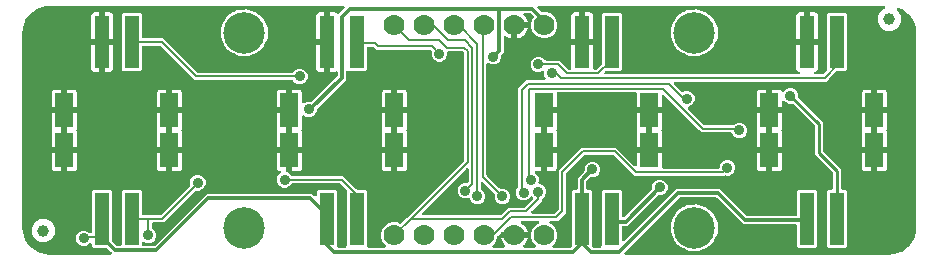
<source format=gbr>
G04 EAGLE Gerber RS-274X export*
G75*
%MOMM*%
%FSLAX34Y34*%
%LPD*%
%INBottom Copper*%
%IPPOS*%
%AMOC8*
5,1,8,0,0,1.08239X$1,22.5*%
G01*
%ADD10C,1.778000*%
%ADD11C,3.516000*%
%ADD12R,1.300000X4.500000*%
%ADD13R,1.600000X3.000000*%
%ADD14C,1.000000*%
%ADD15C,0.906400*%
%ADD16C,0.203200*%
%ADD17C,0.304800*%
%ADD18C,0.889000*%
%ADD19C,0.254000*%

G36*
X355622Y-105407D02*
X355622Y-105407D01*
X355700Y-105405D01*
X359077Y-105140D01*
X359145Y-105126D01*
X359214Y-105121D01*
X359370Y-105081D01*
X365794Y-102994D01*
X365901Y-102944D01*
X366012Y-102900D01*
X366063Y-102867D01*
X366082Y-102859D01*
X366097Y-102846D01*
X366148Y-102814D01*
X371612Y-98843D01*
X371699Y-98762D01*
X371746Y-98723D01*
X371752Y-98719D01*
X371753Y-98718D01*
X371791Y-98686D01*
X371829Y-98640D01*
X371844Y-98626D01*
X371855Y-98608D01*
X371893Y-98562D01*
X375864Y-93098D01*
X375921Y-92994D01*
X375985Y-92894D01*
X376007Y-92837D01*
X376017Y-92819D01*
X376022Y-92799D01*
X376044Y-92744D01*
X378131Y-86320D01*
X378144Y-86252D01*
X378167Y-86186D01*
X378190Y-86027D01*
X378455Y-82650D01*
X378455Y-82646D01*
X378456Y-82643D01*
X378455Y-82624D01*
X378459Y-82550D01*
X378459Y82550D01*
X378457Y82572D01*
X378455Y82650D01*
X378190Y86027D01*
X378176Y86095D01*
X378171Y86164D01*
X378131Y86320D01*
X376044Y92744D01*
X375994Y92851D01*
X375950Y92962D01*
X375917Y93013D01*
X375909Y93032D01*
X375896Y93047D01*
X375864Y93098D01*
X371893Y98562D01*
X371812Y98649D01*
X371736Y98741D01*
X371690Y98779D01*
X371676Y98794D01*
X371658Y98805D01*
X371612Y98843D01*
X370067Y99966D01*
X366148Y102814D01*
X366044Y102871D01*
X365944Y102935D01*
X365887Y102957D01*
X365869Y102967D01*
X365849Y102972D01*
X365794Y102994D01*
X363604Y103706D01*
X363578Y103711D01*
X363553Y103721D01*
X363422Y103740D01*
X363291Y103765D01*
X363265Y103764D01*
X363238Y103767D01*
X363106Y103754D01*
X362974Y103745D01*
X362949Y103737D01*
X362922Y103734D01*
X362798Y103688D01*
X362672Y103647D01*
X362649Y103633D01*
X362624Y103624D01*
X362515Y103548D01*
X362403Y103477D01*
X362385Y103457D01*
X362363Y103442D01*
X362276Y103342D01*
X362185Y103245D01*
X362172Y103222D01*
X362155Y103202D01*
X362096Y103083D01*
X362032Y102966D01*
X362025Y102941D01*
X362013Y102917D01*
X361985Y102787D01*
X361952Y102658D01*
X361952Y102632D01*
X361947Y102606D01*
X361952Y102473D01*
X361952Y102340D01*
X361959Y102315D01*
X361960Y102288D01*
X361998Y102161D01*
X362031Y102032D01*
X362044Y102009D01*
X362052Y101983D01*
X362120Y101870D01*
X362184Y101754D01*
X362202Y101734D01*
X362216Y101711D01*
X362311Y101618D01*
X362401Y101521D01*
X362424Y101507D01*
X362443Y101488D01*
X362577Y101399D01*
X362857Y101237D01*
X365514Y96636D01*
X365514Y91324D01*
X362857Y86723D01*
X358256Y84066D01*
X352944Y84066D01*
X348343Y86723D01*
X345686Y91324D01*
X345686Y96636D01*
X348343Y101237D01*
X351466Y103041D01*
X351583Y103129D01*
X351700Y103214D01*
X351709Y103225D01*
X351720Y103233D01*
X351810Y103347D01*
X351903Y103459D01*
X351909Y103472D01*
X351917Y103482D01*
X351977Y103616D01*
X352039Y103747D01*
X352041Y103760D01*
X352047Y103773D01*
X352071Y103917D01*
X352098Y104060D01*
X352098Y104073D01*
X352100Y104086D01*
X352088Y104232D01*
X352079Y104377D01*
X352075Y104390D01*
X352073Y104403D01*
X352025Y104541D01*
X351981Y104679D01*
X351973Y104691D01*
X351969Y104704D01*
X351888Y104825D01*
X351810Y104948D01*
X351801Y104957D01*
X351793Y104969D01*
X351686Y105066D01*
X351579Y105166D01*
X351567Y105173D01*
X351557Y105182D01*
X351428Y105249D01*
X351300Y105320D01*
X351287Y105323D01*
X351275Y105329D01*
X351133Y105363D01*
X350992Y105399D01*
X350974Y105400D01*
X350966Y105402D01*
X350949Y105402D01*
X350832Y105409D01*
X58895Y105409D01*
X58757Y105392D01*
X58619Y105379D01*
X58599Y105372D01*
X58579Y105369D01*
X58450Y105318D01*
X58319Y105271D01*
X58302Y105260D01*
X58284Y105252D01*
X58171Y105171D01*
X58056Y105093D01*
X58043Y105077D01*
X58026Y105066D01*
X57938Y104958D01*
X57846Y104854D01*
X57836Y104836D01*
X57824Y104821D01*
X57764Y104694D01*
X57701Y104571D01*
X57697Y104551D01*
X57688Y104533D01*
X57662Y104397D01*
X57631Y104261D01*
X57632Y104240D01*
X57628Y104221D01*
X57637Y104082D01*
X57641Y103943D01*
X57647Y103923D01*
X57648Y103903D01*
X57691Y103771D01*
X57729Y103637D01*
X57740Y103620D01*
X57746Y103601D01*
X57820Y103483D01*
X57891Y103363D01*
X57910Y103342D01*
X57916Y103332D01*
X57931Y103318D01*
X57997Y103243D01*
X61045Y100194D01*
X61124Y100134D01*
X61196Y100066D01*
X61249Y100037D01*
X61297Y100000D01*
X61388Y99960D01*
X61474Y99912D01*
X61533Y99897D01*
X61589Y99873D01*
X61687Y99858D01*
X61782Y99833D01*
X61882Y99827D01*
X61903Y99823D01*
X61915Y99825D01*
X61943Y99823D01*
X65673Y99823D01*
X69687Y98160D01*
X72760Y95087D01*
X74423Y91073D01*
X74423Y86727D01*
X72760Y82713D01*
X69687Y79640D01*
X65673Y77977D01*
X61327Y77977D01*
X57313Y79640D01*
X54240Y82713D01*
X52577Y86727D01*
X52577Y91073D01*
X54240Y95087D01*
X54269Y95116D01*
X54342Y95210D01*
X54421Y95299D01*
X54439Y95335D01*
X54464Y95367D01*
X54511Y95477D01*
X54565Y95583D01*
X54574Y95622D01*
X54590Y95659D01*
X54609Y95777D01*
X54635Y95893D01*
X54634Y95933D01*
X54640Y95973D01*
X54629Y96091D01*
X54625Y96211D01*
X54614Y96250D01*
X54610Y96290D01*
X54570Y96402D01*
X54537Y96516D01*
X54516Y96551D01*
X54503Y96589D01*
X54436Y96688D01*
X54375Y96790D01*
X54336Y96835D01*
X54324Y96852D01*
X54309Y96866D01*
X54269Y96911D01*
X52239Y98942D01*
X52160Y99002D01*
X52088Y99070D01*
X52035Y99099D01*
X51987Y99136D01*
X51896Y99176D01*
X51810Y99224D01*
X51751Y99239D01*
X51695Y99263D01*
X51597Y99278D01*
X51502Y99303D01*
X51402Y99309D01*
X51381Y99313D01*
X51369Y99311D01*
X51341Y99313D01*
X46916Y99313D01*
X46778Y99296D01*
X46640Y99283D01*
X46621Y99276D01*
X46601Y99273D01*
X46472Y99222D01*
X46341Y99175D01*
X46324Y99164D01*
X46305Y99156D01*
X46193Y99075D01*
X46078Y98997D01*
X46064Y98981D01*
X46048Y98970D01*
X45959Y98862D01*
X45867Y98758D01*
X45858Y98740D01*
X45845Y98725D01*
X45786Y98599D01*
X45723Y98475D01*
X45718Y98455D01*
X45710Y98437D01*
X45683Y98300D01*
X45653Y98165D01*
X45654Y98144D01*
X45650Y98125D01*
X45658Y97986D01*
X45663Y97847D01*
X45668Y97827D01*
X45670Y97807D01*
X45712Y97675D01*
X45751Y97541D01*
X45761Y97524D01*
X45768Y97505D01*
X45842Y97387D01*
X45913Y97267D01*
X45931Y97246D01*
X45938Y97236D01*
X45953Y97222D01*
X46019Y97147D01*
X46819Y96347D01*
X47877Y94891D01*
X48693Y93288D01*
X49249Y91577D01*
X49277Y91399D01*
X39330Y91399D01*
X39212Y91384D01*
X39093Y91377D01*
X39055Y91364D01*
X39015Y91359D01*
X38904Y91316D01*
X38791Y91279D01*
X38757Y91257D01*
X38719Y91242D01*
X38623Y91173D01*
X38522Y91109D01*
X38494Y91079D01*
X38462Y91056D01*
X38386Y90964D01*
X38304Y90877D01*
X38285Y90842D01*
X38259Y90811D01*
X38208Y90703D01*
X38151Y90599D01*
X38141Y90559D01*
X38123Y90523D01*
X38101Y90406D01*
X38071Y90291D01*
X38067Y90231D01*
X38064Y90211D01*
X38065Y90190D01*
X38061Y90130D01*
X38061Y88939D01*
X36870Y88939D01*
X36752Y88924D01*
X36633Y88917D01*
X36595Y88904D01*
X36554Y88899D01*
X36444Y88855D01*
X36331Y88819D01*
X36296Y88797D01*
X36259Y88782D01*
X36162Y88712D01*
X36062Y88649D01*
X36034Y88619D01*
X36001Y88595D01*
X35925Y88504D01*
X35844Y88417D01*
X35824Y88382D01*
X35799Y88350D01*
X35748Y88243D01*
X35690Y88138D01*
X35680Y88099D01*
X35663Y88063D01*
X35641Y87946D01*
X35611Y87830D01*
X35607Y87770D01*
X35603Y87750D01*
X35605Y87730D01*
X35601Y87670D01*
X35601Y77723D01*
X35423Y77751D01*
X33712Y78307D01*
X32109Y79123D01*
X30972Y79950D01*
X30937Y79969D01*
X30907Y79994D01*
X30798Y80045D01*
X30693Y80103D01*
X30655Y80113D01*
X30619Y80130D01*
X30502Y80152D01*
X30385Y80182D01*
X30345Y80182D01*
X30306Y80189D01*
X30187Y80182D01*
X30067Y80182D01*
X30029Y80172D01*
X29989Y80170D01*
X29875Y80133D01*
X29759Y80103D01*
X29724Y80084D01*
X29687Y80072D01*
X29585Y80008D01*
X29481Y79950D01*
X29452Y79923D01*
X29418Y79902D01*
X29336Y79814D01*
X29249Y79732D01*
X29227Y79699D01*
X29200Y79670D01*
X29142Y79565D01*
X29078Y79464D01*
X29066Y79426D01*
X29046Y79391D01*
X29017Y79276D01*
X28979Y79162D01*
X28977Y79122D01*
X28967Y79083D01*
X28957Y78923D01*
X28957Y65837D01*
X27169Y64050D01*
X27109Y63971D01*
X27041Y63899D01*
X27012Y63846D01*
X26975Y63798D01*
X26935Y63707D01*
X26887Y63621D01*
X26872Y63562D01*
X26848Y63506D01*
X26833Y63408D01*
X26808Y63313D01*
X26802Y63213D01*
X26798Y63192D01*
X26800Y63180D01*
X26798Y63152D01*
X26798Y60941D01*
X25812Y58561D01*
X23989Y56738D01*
X21609Y55752D01*
X19031Y55752D01*
X16651Y56738D01*
X16646Y56744D01*
X16536Y56829D01*
X16429Y56918D01*
X16410Y56926D01*
X16394Y56939D01*
X16266Y56994D01*
X16141Y57053D01*
X16121Y57057D01*
X16102Y57065D01*
X15965Y57087D01*
X15828Y57113D01*
X15808Y57112D01*
X15788Y57115D01*
X15650Y57102D01*
X15511Y57093D01*
X15492Y57087D01*
X15472Y57085D01*
X15341Y57038D01*
X15209Y56995D01*
X15191Y56984D01*
X15172Y56977D01*
X15058Y56899D01*
X14940Y56825D01*
X14926Y56810D01*
X14909Y56799D01*
X14817Y56695D01*
X14722Y56593D01*
X14712Y56576D01*
X14699Y56560D01*
X14635Y56436D01*
X14568Y56315D01*
X14563Y56295D01*
X14554Y56277D01*
X14524Y56141D01*
X14489Y56007D01*
X14487Y55979D01*
X14484Y55967D01*
X14485Y55946D01*
X14479Y55846D01*
X14479Y-37621D01*
X14491Y-37720D01*
X14494Y-37819D01*
X14511Y-37877D01*
X14519Y-37937D01*
X14555Y-38029D01*
X14583Y-38124D01*
X14613Y-38176D01*
X14636Y-38233D01*
X14694Y-38313D01*
X14744Y-38398D01*
X14810Y-38473D01*
X14822Y-38490D01*
X14832Y-38498D01*
X14850Y-38519D01*
X25325Y-48993D01*
X25348Y-49011D01*
X25367Y-49034D01*
X25473Y-49108D01*
X25576Y-49188D01*
X25603Y-49200D01*
X25627Y-49217D01*
X25748Y-49263D01*
X25868Y-49314D01*
X25897Y-49319D01*
X25925Y-49329D01*
X26053Y-49344D01*
X26182Y-49364D01*
X26211Y-49361D01*
X26241Y-49365D01*
X26369Y-49347D01*
X26498Y-49334D01*
X26526Y-49324D01*
X26556Y-49320D01*
X26570Y-49315D01*
X29206Y-49315D01*
X31619Y-50315D01*
X33465Y-52161D01*
X34465Y-54574D01*
X34465Y-57186D01*
X33465Y-59599D01*
X31619Y-61445D01*
X29206Y-62445D01*
X26594Y-62445D01*
X24181Y-61445D01*
X22335Y-59599D01*
X21335Y-57186D01*
X21335Y-54518D01*
X21338Y-54507D01*
X21372Y-54381D01*
X21373Y-54352D01*
X21379Y-54323D01*
X21375Y-54193D01*
X21377Y-54063D01*
X21370Y-54035D01*
X21369Y-54005D01*
X21333Y-53880D01*
X21303Y-53754D01*
X21289Y-53728D01*
X21281Y-53699D01*
X21215Y-53588D01*
X21154Y-53473D01*
X21135Y-53451D01*
X21119Y-53425D01*
X21013Y-53305D01*
X11859Y-44151D01*
X11750Y-44066D01*
X11643Y-43977D01*
X11624Y-43969D01*
X11608Y-43956D01*
X11480Y-43901D01*
X11355Y-43842D01*
X11335Y-43838D01*
X11316Y-43830D01*
X11178Y-43808D01*
X11042Y-43782D01*
X11022Y-43783D01*
X11002Y-43780D01*
X10863Y-43793D01*
X10725Y-43802D01*
X10706Y-43808D01*
X10686Y-43810D01*
X10554Y-43857D01*
X10423Y-43900D01*
X10405Y-43910D01*
X10386Y-43917D01*
X10271Y-43995D01*
X10154Y-44070D01*
X10140Y-44085D01*
X10123Y-44096D01*
X10031Y-44200D01*
X9936Y-44301D01*
X9926Y-44319D01*
X9913Y-44334D01*
X9849Y-44458D01*
X9782Y-44580D01*
X9777Y-44599D01*
X9768Y-44618D01*
X9738Y-44753D01*
X9703Y-44888D01*
X9701Y-44916D01*
X9698Y-44928D01*
X9699Y-44948D01*
X9693Y-45049D01*
X9693Y-49189D01*
X9696Y-49219D01*
X9694Y-49248D01*
X9716Y-49376D01*
X9733Y-49505D01*
X9743Y-49532D01*
X9749Y-49561D01*
X9802Y-49680D01*
X9850Y-49800D01*
X9867Y-49824D01*
X9879Y-49851D01*
X9960Y-49953D01*
X10036Y-50058D01*
X10059Y-50077D01*
X10078Y-50100D01*
X10181Y-50178D01*
X10281Y-50261D01*
X10308Y-50273D01*
X10332Y-50291D01*
X10346Y-50298D01*
X12209Y-52161D01*
X13209Y-54574D01*
X13209Y-57186D01*
X12209Y-59599D01*
X10363Y-61445D01*
X7950Y-62445D01*
X5338Y-62445D01*
X2925Y-61445D01*
X1079Y-59599D01*
X428Y-58026D01*
X369Y-57923D01*
X316Y-57816D01*
X290Y-57785D01*
X270Y-57750D01*
X187Y-57665D01*
X110Y-57574D01*
X77Y-57551D01*
X49Y-57522D01*
X-53Y-57460D01*
X-150Y-57391D01*
X-188Y-57377D01*
X-222Y-57356D01*
X-336Y-57321D01*
X-448Y-57278D01*
X-488Y-57274D01*
X-526Y-57262D01*
X-645Y-57256D01*
X-764Y-57243D01*
X-804Y-57249D01*
X-844Y-57247D01*
X-961Y-57271D01*
X-1079Y-57287D01*
X-1135Y-57307D01*
X-1155Y-57311D01*
X-1174Y-57320D01*
X-1231Y-57340D01*
X-2149Y-57720D01*
X-4761Y-57720D01*
X-7173Y-56720D01*
X-9020Y-54874D01*
X-10020Y-52461D01*
X-10020Y-49849D01*
X-9020Y-47437D01*
X-7173Y-45590D01*
X-4761Y-44590D01*
X-2102Y-44590D01*
X-2063Y-44598D01*
X-1957Y-44627D01*
X-1907Y-44628D01*
X-1858Y-44637D01*
X-1749Y-44630D01*
X-1639Y-44632D01*
X-1591Y-44620D01*
X-1541Y-44617D01*
X-1437Y-44583D01*
X-1330Y-44558D01*
X-1286Y-44534D01*
X-1239Y-44519D01*
X-1146Y-44460D01*
X-1049Y-44409D01*
X-1012Y-44376D01*
X-970Y-44349D01*
X-895Y-44269D01*
X-813Y-44195D01*
X-786Y-44154D01*
X-752Y-44117D01*
X-699Y-44021D01*
X-639Y-43929D01*
X-622Y-43882D01*
X-598Y-43839D01*
X-571Y-43733D01*
X-535Y-43629D01*
X-531Y-43579D01*
X-519Y-43531D01*
X-509Y-43370D01*
X-509Y-33285D01*
X-526Y-33147D01*
X-539Y-33008D01*
X-546Y-32989D01*
X-549Y-32969D01*
X-600Y-32840D01*
X-647Y-32709D01*
X-658Y-32692D01*
X-666Y-32673D01*
X-747Y-32561D01*
X-825Y-32446D01*
X-841Y-32432D01*
X-852Y-32416D01*
X-960Y-32327D01*
X-1064Y-32235D01*
X-1082Y-32226D01*
X-1097Y-32213D01*
X-1223Y-32154D01*
X-1347Y-32091D01*
X-1367Y-32086D01*
X-1385Y-32078D01*
X-1521Y-32052D01*
X-1657Y-32021D01*
X-1678Y-32022D01*
X-1697Y-32018D01*
X-1836Y-32026D01*
X-1975Y-32031D01*
X-1995Y-32036D01*
X-2015Y-32038D01*
X-2147Y-32080D01*
X-2281Y-32119D01*
X-2298Y-32129D01*
X-2317Y-32136D01*
X-2435Y-32210D01*
X-2555Y-32281D01*
X-2576Y-32299D01*
X-2586Y-32306D01*
X-2600Y-32321D01*
X-2675Y-32387D01*
X-40003Y-69715D01*
X-40088Y-69824D01*
X-40177Y-69931D01*
X-40185Y-69950D01*
X-40198Y-69966D01*
X-40253Y-70094D01*
X-40312Y-70219D01*
X-40316Y-70239D01*
X-40324Y-70258D01*
X-40346Y-70396D01*
X-40372Y-70532D01*
X-40371Y-70552D01*
X-40374Y-70572D01*
X-40361Y-70711D01*
X-40352Y-70849D01*
X-40346Y-70868D01*
X-40344Y-70888D01*
X-40297Y-71020D01*
X-40254Y-71151D01*
X-40244Y-71169D01*
X-40237Y-71188D01*
X-40159Y-71303D01*
X-40084Y-71420D01*
X-40069Y-71434D01*
X-40058Y-71451D01*
X-39954Y-71543D01*
X-39853Y-71638D01*
X-39835Y-71648D01*
X-39820Y-71661D01*
X-39696Y-71725D01*
X-39574Y-71792D01*
X-39555Y-71797D01*
X-39536Y-71806D01*
X-39401Y-71836D01*
X-39266Y-71871D01*
X-39238Y-71873D01*
X-39226Y-71876D01*
X-39206Y-71875D01*
X-39105Y-71881D01*
X26151Y-71881D01*
X26250Y-71869D01*
X26349Y-71866D01*
X26407Y-71849D01*
X26467Y-71841D01*
X26559Y-71805D01*
X26654Y-71777D01*
X26706Y-71747D01*
X26763Y-71724D01*
X26843Y-71666D01*
X26928Y-71616D01*
X27003Y-71550D01*
X27020Y-71538D01*
X27028Y-71528D01*
X27049Y-71510D01*
X33027Y-65531D01*
X46471Y-65531D01*
X46570Y-65519D01*
X46669Y-65516D01*
X46727Y-65499D01*
X46787Y-65491D01*
X46879Y-65455D01*
X46974Y-65427D01*
X47026Y-65397D01*
X47083Y-65374D01*
X47163Y-65316D01*
X47248Y-65266D01*
X47323Y-65200D01*
X47340Y-65188D01*
X47348Y-65178D01*
X47369Y-65160D01*
X53900Y-58629D01*
X53973Y-58534D01*
X54052Y-58445D01*
X54070Y-58409D01*
X54095Y-58377D01*
X54142Y-58268D01*
X54196Y-58162D01*
X54205Y-58123D01*
X54221Y-58086D01*
X54240Y-57968D01*
X54266Y-57852D01*
X54265Y-57811D01*
X54271Y-57771D01*
X54260Y-57653D01*
X54256Y-57534D01*
X54245Y-57495D01*
X54241Y-57455D01*
X54201Y-57343D01*
X54168Y-57228D01*
X54147Y-57194D01*
X54133Y-57156D01*
X54067Y-57057D01*
X54006Y-56955D01*
X53966Y-56909D01*
X53955Y-56892D01*
X53940Y-56879D01*
X53900Y-56834D01*
X53452Y-56386D01*
X53358Y-56313D01*
X53269Y-56234D01*
X53233Y-56216D01*
X53201Y-56191D01*
X53091Y-56144D01*
X52985Y-56090D01*
X52946Y-56081D01*
X52909Y-56065D01*
X52791Y-56046D01*
X52675Y-56020D01*
X52635Y-56021D01*
X52595Y-56015D01*
X52476Y-56026D01*
X52357Y-56030D01*
X52318Y-56041D01*
X52278Y-56045D01*
X52166Y-56085D01*
X52052Y-56118D01*
X52017Y-56139D01*
X51979Y-56152D01*
X51880Y-56219D01*
X51778Y-56280D01*
X51733Y-56319D01*
X51716Y-56331D01*
X51702Y-56346D01*
X51657Y-56386D01*
X49773Y-58270D01*
X47360Y-59270D01*
X44748Y-59270D01*
X42335Y-58270D01*
X40489Y-56424D01*
X39489Y-54011D01*
X39489Y-51399D01*
X40489Y-48986D01*
X40776Y-48700D01*
X40836Y-48621D01*
X40904Y-48549D01*
X40933Y-48496D01*
X40970Y-48448D01*
X41010Y-48357D01*
X41058Y-48271D01*
X41073Y-48212D01*
X41097Y-48156D01*
X41112Y-48058D01*
X41137Y-47963D01*
X41143Y-47863D01*
X41147Y-47842D01*
X41145Y-47830D01*
X41147Y-47802D01*
X41147Y35299D01*
X48267Y42419D01*
X63343Y42419D01*
X63481Y42436D01*
X63620Y42449D01*
X63639Y42456D01*
X63659Y42459D01*
X63788Y42510D01*
X63919Y42557D01*
X63936Y42568D01*
X63954Y42576D01*
X64067Y42657D01*
X64182Y42735D01*
X64195Y42751D01*
X64212Y42762D01*
X64301Y42870D01*
X64392Y42974D01*
X64402Y42992D01*
X64414Y43007D01*
X64474Y43133D01*
X64537Y43257D01*
X64541Y43277D01*
X64550Y43295D01*
X64576Y43431D01*
X64607Y43567D01*
X64606Y43588D01*
X64610Y43607D01*
X64601Y43746D01*
X64597Y43885D01*
X64591Y43905D01*
X64590Y43925D01*
X64547Y44057D01*
X64508Y44191D01*
X64498Y44208D01*
X64492Y44227D01*
X64418Y44345D01*
X64347Y44465D01*
X64328Y44486D01*
X64322Y44496D01*
X64307Y44510D01*
X64289Y44530D01*
X63285Y46954D01*
X63285Y48890D01*
X63279Y48939D01*
X63281Y48989D01*
X63259Y49096D01*
X63245Y49206D01*
X63227Y49252D01*
X63217Y49300D01*
X63169Y49399D01*
X63128Y49501D01*
X63099Y49541D01*
X63077Y49586D01*
X63006Y49670D01*
X62942Y49759D01*
X62903Y49790D01*
X62871Y49828D01*
X62781Y49891D01*
X62697Y49961D01*
X62652Y49983D01*
X62611Y50011D01*
X62508Y50050D01*
X62409Y50097D01*
X62360Y50106D01*
X62314Y50124D01*
X62204Y50136D01*
X62097Y50157D01*
X62047Y50154D01*
X61998Y50159D01*
X61889Y50144D01*
X61779Y50137D01*
X61732Y50122D01*
X61683Y50115D01*
X61530Y50063D01*
X59726Y49315D01*
X57114Y49315D01*
X54701Y50315D01*
X52855Y52161D01*
X51855Y54574D01*
X51855Y57186D01*
X52855Y59599D01*
X54701Y61445D01*
X57114Y62445D01*
X59726Y62445D01*
X62139Y61445D01*
X64025Y59559D01*
X64031Y59549D01*
X64096Y59436D01*
X64116Y59415D01*
X64132Y59390D01*
X64227Y59301D01*
X64317Y59208D01*
X64342Y59192D01*
X64364Y59172D01*
X64477Y59109D01*
X64588Y59041D01*
X64616Y59033D01*
X64642Y59018D01*
X64768Y58986D01*
X64892Y58948D01*
X64921Y58946D01*
X64950Y58939D01*
X65111Y58929D01*
X76193Y58929D01*
X83441Y51680D01*
X83519Y51620D01*
X83591Y51552D01*
X83644Y51523D01*
X83692Y51486D01*
X83783Y51446D01*
X83870Y51398D01*
X83929Y51383D01*
X83984Y51359D01*
X84082Y51344D01*
X84178Y51319D01*
X84278Y51313D01*
X84298Y51309D01*
X84311Y51311D01*
X84339Y51309D01*
X85140Y51309D01*
X85258Y51324D01*
X85377Y51331D01*
X85415Y51344D01*
X85456Y51349D01*
X85566Y51392D01*
X85679Y51429D01*
X85714Y51451D01*
X85751Y51466D01*
X85847Y51535D01*
X85948Y51599D01*
X85976Y51629D01*
X86009Y51652D01*
X86085Y51744D01*
X86166Y51831D01*
X86186Y51866D01*
X86211Y51897D01*
X86262Y52005D01*
X86320Y52109D01*
X86330Y52149D01*
X86347Y52185D01*
X86369Y52302D01*
X86399Y52417D01*
X86403Y52477D01*
X86407Y52497D01*
X86405Y52518D01*
X86409Y52578D01*
X86409Y72211D01*
X94180Y72211D01*
X94298Y72226D01*
X94417Y72233D01*
X94455Y72246D01*
X94495Y72251D01*
X94606Y72294D01*
X94719Y72331D01*
X94754Y72353D01*
X94791Y72368D01*
X94887Y72438D01*
X94988Y72501D01*
X95016Y72531D01*
X95048Y72555D01*
X95124Y72646D01*
X95206Y72733D01*
X95225Y72768D01*
X95251Y72799D01*
X95302Y72907D01*
X95359Y73011D01*
X95370Y73051D01*
X95387Y73087D01*
X95409Y73204D01*
X95439Y73319D01*
X95443Y73380D01*
X95447Y73400D01*
X95445Y73420D01*
X95449Y73480D01*
X95449Y74751D01*
X95451Y74751D01*
X95451Y73480D01*
X95466Y73362D01*
X95473Y73243D01*
X95486Y73205D01*
X95491Y73165D01*
X95535Y73054D01*
X95571Y72941D01*
X95593Y72906D01*
X95608Y72869D01*
X95678Y72773D01*
X95741Y72672D01*
X95771Y72644D01*
X95795Y72611D01*
X95886Y72536D01*
X95973Y72454D01*
X96008Y72434D01*
X96040Y72409D01*
X96147Y72358D01*
X96251Y72300D01*
X96291Y72290D01*
X96327Y72273D01*
X96444Y72251D01*
X96559Y72221D01*
X96620Y72217D01*
X96640Y72213D01*
X96660Y72215D01*
X96720Y72211D01*
X104491Y72211D01*
X104491Y52578D01*
X104506Y52460D01*
X104513Y52341D01*
X104526Y52303D01*
X104531Y52262D01*
X104574Y52152D01*
X104611Y52039D01*
X104633Y52004D01*
X104648Y51967D01*
X104717Y51871D01*
X104781Y51770D01*
X104811Y51742D01*
X104834Y51709D01*
X104926Y51633D01*
X105013Y51552D01*
X105048Y51532D01*
X105079Y51507D01*
X105187Y51456D01*
X105291Y51398D01*
X105331Y51388D01*
X105367Y51371D01*
X105484Y51349D01*
X105599Y51319D01*
X105659Y51315D01*
X105679Y51311D01*
X105700Y51313D01*
X105760Y51309D01*
X107431Y51309D01*
X107530Y51321D01*
X107629Y51324D01*
X107687Y51341D01*
X107747Y51349D01*
X107839Y51385D01*
X107934Y51413D01*
X107986Y51443D01*
X108043Y51466D01*
X108123Y51524D01*
X108208Y51574D01*
X108283Y51640D01*
X108300Y51652D01*
X108308Y51662D01*
X108329Y51680D01*
X111546Y54897D01*
X111606Y54975D01*
X111674Y55047D01*
X111697Y55088D01*
X111710Y55105D01*
X111716Y55117D01*
X111740Y55148D01*
X111780Y55239D01*
X111828Y55326D01*
X111843Y55385D01*
X111867Y55440D01*
X111882Y55538D01*
X111907Y55634D01*
X111913Y55734D01*
X111917Y55754D01*
X111915Y55767D01*
X111917Y55795D01*
X111917Y98092D01*
X113108Y99283D01*
X127792Y99283D01*
X128983Y98092D01*
X128983Y51408D01*
X127792Y50217D01*
X116015Y50217D01*
X115916Y50205D01*
X115817Y50202D01*
X115759Y50185D01*
X115699Y50177D01*
X115607Y50141D01*
X115512Y50113D01*
X115460Y50083D01*
X115403Y50060D01*
X115323Y50002D01*
X115238Y49952D01*
X115163Y49886D01*
X115146Y49874D01*
X115138Y49864D01*
X115117Y49846D01*
X114683Y49412D01*
X114598Y49302D01*
X114509Y49195D01*
X114501Y49176D01*
X114488Y49160D01*
X114433Y49033D01*
X114374Y48907D01*
X114370Y48887D01*
X114362Y48868D01*
X114340Y48731D01*
X114314Y48594D01*
X114315Y48574D01*
X114312Y48554D01*
X114325Y48415D01*
X114334Y48277D01*
X114340Y48258D01*
X114342Y48238D01*
X114389Y48106D01*
X114432Y47975D01*
X114442Y47958D01*
X114449Y47938D01*
X114528Y47823D01*
X114602Y47706D01*
X114617Y47692D01*
X114628Y47675D01*
X114732Y47583D01*
X114833Y47488D01*
X114851Y47478D01*
X114866Y47465D01*
X114990Y47401D01*
X115112Y47334D01*
X115131Y47329D01*
X115150Y47320D01*
X115286Y47290D01*
X115420Y47255D01*
X115448Y47253D01*
X115460Y47250D01*
X115480Y47251D01*
X115581Y47245D01*
X278672Y47245D01*
X278824Y47264D01*
X278975Y47281D01*
X278981Y47284D01*
X278988Y47285D01*
X279129Y47340D01*
X279272Y47395D01*
X279278Y47399D01*
X279284Y47402D01*
X279406Y47491D01*
X279531Y47579D01*
X279536Y47584D01*
X279541Y47588D01*
X279638Y47706D01*
X279737Y47822D01*
X279739Y47828D01*
X279744Y47833D01*
X279808Y47970D01*
X279875Y48108D01*
X279877Y48115D01*
X279879Y48121D01*
X279907Y48267D01*
X279938Y48420D01*
X279938Y48427D01*
X279939Y48433D01*
X279930Y48585D01*
X279922Y48738D01*
X279920Y48744D01*
X279919Y48751D01*
X279873Y48896D01*
X279827Y49041D01*
X279823Y49047D01*
X279821Y49053D01*
X279740Y49182D01*
X279660Y49312D01*
X279655Y49316D01*
X279651Y49322D01*
X279540Y49427D01*
X279430Y49532D01*
X279424Y49535D01*
X279420Y49540D01*
X279286Y49614D01*
X279153Y49689D01*
X279145Y49691D01*
X279141Y49694D01*
X279131Y49696D01*
X279001Y49740D01*
X278469Y49882D01*
X277890Y50217D01*
X277417Y50690D01*
X277082Y51269D01*
X276909Y51916D01*
X276909Y72211D01*
X284680Y72211D01*
X284798Y72226D01*
X284917Y72233D01*
X284955Y72246D01*
X284995Y72251D01*
X285106Y72294D01*
X285219Y72331D01*
X285254Y72353D01*
X285291Y72368D01*
X285387Y72438D01*
X285488Y72501D01*
X285516Y72531D01*
X285548Y72555D01*
X285624Y72646D01*
X285706Y72733D01*
X285725Y72768D01*
X285751Y72799D01*
X285802Y72907D01*
X285859Y73011D01*
X285870Y73051D01*
X285887Y73087D01*
X285909Y73204D01*
X285939Y73319D01*
X285943Y73380D01*
X285947Y73400D01*
X285945Y73420D01*
X285949Y73480D01*
X285949Y74751D01*
X285951Y74751D01*
X285951Y73480D01*
X285966Y73362D01*
X285973Y73243D01*
X285986Y73205D01*
X285991Y73165D01*
X286035Y73054D01*
X286071Y72941D01*
X286093Y72906D01*
X286108Y72869D01*
X286178Y72773D01*
X286241Y72672D01*
X286271Y72644D01*
X286295Y72611D01*
X286386Y72536D01*
X286473Y72454D01*
X286508Y72434D01*
X286540Y72409D01*
X286647Y72358D01*
X286751Y72300D01*
X286791Y72290D01*
X286827Y72273D01*
X286944Y72251D01*
X287059Y72221D01*
X287120Y72217D01*
X287140Y72213D01*
X287160Y72215D01*
X287220Y72211D01*
X294991Y72211D01*
X294991Y51916D01*
X294818Y51269D01*
X294483Y50690D01*
X294010Y50217D01*
X293431Y49882D01*
X292899Y49740D01*
X292758Y49682D01*
X292616Y49626D01*
X292611Y49622D01*
X292605Y49620D01*
X292482Y49529D01*
X292359Y49440D01*
X292355Y49434D01*
X292349Y49430D01*
X292253Y49312D01*
X292156Y49195D01*
X292153Y49188D01*
X292149Y49183D01*
X292085Y49044D01*
X292021Y48907D01*
X292019Y48900D01*
X292017Y48894D01*
X291989Y48743D01*
X291961Y48594D01*
X291961Y48588D01*
X291960Y48581D01*
X291971Y48429D01*
X291981Y48277D01*
X291983Y48271D01*
X291983Y48264D01*
X292032Y48119D01*
X292079Y47975D01*
X292082Y47969D01*
X292084Y47962D01*
X292167Y47835D01*
X292249Y47706D01*
X292254Y47701D01*
X292257Y47696D01*
X292369Y47593D01*
X292480Y47488D01*
X292486Y47485D01*
X292491Y47480D01*
X292626Y47408D01*
X292759Y47334D01*
X292765Y47333D01*
X292771Y47330D01*
X292920Y47293D01*
X293067Y47255D01*
X293076Y47254D01*
X293080Y47253D01*
X293091Y47253D01*
X293228Y47245D01*
X298947Y47245D01*
X299046Y47257D01*
X299145Y47260D01*
X299203Y47277D01*
X299263Y47285D01*
X299355Y47321D01*
X299450Y47349D01*
X299502Y47379D01*
X299559Y47402D01*
X299639Y47460D01*
X299724Y47510D01*
X299800Y47576D01*
X299816Y47588D01*
X299824Y47598D01*
X299845Y47616D01*
X302129Y49901D01*
X302203Y49995D01*
X302281Y50084D01*
X302300Y50120D01*
X302324Y50152D01*
X302372Y50262D01*
X302426Y50368D01*
X302435Y50407D01*
X302451Y50444D01*
X302469Y50562D01*
X302495Y50678D01*
X302494Y50718D01*
X302501Y50758D01*
X302489Y50877D01*
X302486Y50996D01*
X302474Y51034D01*
X302471Y51075D01*
X302430Y51187D01*
X302417Y51232D01*
X302417Y98092D01*
X303608Y99283D01*
X318292Y99283D01*
X319483Y98092D01*
X319483Y51408D01*
X318292Y50217D01*
X311595Y50217D01*
X311496Y50205D01*
X311397Y50202D01*
X311339Y50185D01*
X311279Y50177D01*
X311187Y50141D01*
X311092Y50113D01*
X311040Y50083D01*
X310983Y50060D01*
X310903Y50002D01*
X310818Y49952D01*
X310742Y49886D01*
X310726Y49874D01*
X310718Y49864D01*
X310697Y49846D01*
X304156Y43305D01*
X301999Y41147D01*
X174509Y41147D01*
X174371Y41130D01*
X174232Y41117D01*
X174213Y41110D01*
X174193Y41107D01*
X174064Y41056D01*
X173933Y41009D01*
X173916Y40998D01*
X173897Y40990D01*
X173785Y40909D01*
X173670Y40831D01*
X173656Y40815D01*
X173640Y40804D01*
X173551Y40696D01*
X173459Y40592D01*
X173450Y40574D01*
X173437Y40559D01*
X173378Y40433D01*
X173315Y40309D01*
X173310Y40289D01*
X173302Y40271D01*
X173276Y40135D01*
X173245Y39999D01*
X173246Y39978D01*
X173242Y39959D01*
X173250Y39820D01*
X173255Y39681D01*
X173260Y39661D01*
X173262Y39641D01*
X173304Y39509D01*
X173343Y39375D01*
X173353Y39358D01*
X173360Y39339D01*
X173434Y39221D01*
X173505Y39101D01*
X173523Y39080D01*
X173530Y39070D01*
X173545Y39056D01*
X173611Y38981D01*
X179779Y32813D01*
X179802Y32795D01*
X179821Y32772D01*
X179927Y32698D01*
X180030Y32618D01*
X180057Y32606D01*
X180081Y32589D01*
X180202Y32543D01*
X180322Y32492D01*
X180351Y32487D01*
X180378Y32477D01*
X180507Y32462D01*
X180636Y32442D01*
X180665Y32445D01*
X180695Y32441D01*
X180823Y32459D01*
X180952Y32472D01*
X180980Y32482D01*
X181009Y32486D01*
X181162Y32538D01*
X182844Y33235D01*
X185456Y33235D01*
X187869Y32235D01*
X189715Y30389D01*
X190715Y27976D01*
X190715Y25364D01*
X189715Y22951D01*
X187869Y21105D01*
X185896Y20288D01*
X185853Y20263D01*
X185806Y20246D01*
X185715Y20184D01*
X185620Y20130D01*
X185584Y20095D01*
X185543Y20068D01*
X185470Y19985D01*
X185391Y19909D01*
X185365Y19866D01*
X185332Y19829D01*
X185282Y19731D01*
X185225Y19638D01*
X185210Y19590D01*
X185188Y19546D01*
X185164Y19439D01*
X185131Y19334D01*
X185129Y19284D01*
X185118Y19236D01*
X185121Y19126D01*
X185116Y19016D01*
X185126Y18967D01*
X185128Y18918D01*
X185158Y18812D01*
X185181Y18705D01*
X185202Y18660D01*
X185216Y18612D01*
X185272Y18518D01*
X185320Y18419D01*
X185352Y18381D01*
X185378Y18338D01*
X185484Y18217D01*
X199011Y4690D01*
X199089Y4630D01*
X199161Y4562D01*
X199214Y4533D01*
X199262Y4496D01*
X199353Y4456D01*
X199440Y4408D01*
X199498Y4393D01*
X199554Y4369D01*
X199652Y4354D01*
X199748Y4329D01*
X199848Y4323D01*
X199868Y4319D01*
X199881Y4321D01*
X199909Y4319D01*
X223228Y4319D01*
X223326Y4331D01*
X223425Y4334D01*
X223484Y4351D01*
X223544Y4359D01*
X223636Y4395D01*
X223731Y4423D01*
X223783Y4453D01*
X223839Y4476D01*
X223919Y4534D01*
X224005Y4584D01*
X224080Y4650D01*
X224097Y4662D01*
X224105Y4672D01*
X224126Y4691D01*
X224881Y5446D01*
X227294Y6446D01*
X229906Y6446D01*
X232319Y5446D01*
X234165Y3600D01*
X235165Y1187D01*
X235165Y-1425D01*
X234165Y-3838D01*
X232319Y-5684D01*
X229906Y-6684D01*
X227294Y-6684D01*
X224881Y-5684D01*
X223035Y-3838D01*
X222506Y-2562D01*
X222492Y-2537D01*
X222483Y-2509D01*
X222413Y-2399D01*
X222349Y-2286D01*
X222328Y-2265D01*
X222313Y-2240D01*
X222218Y-2151D01*
X222128Y-2058D01*
X222102Y-2042D01*
X222081Y-2022D01*
X221967Y-1959D01*
X221856Y-1891D01*
X221828Y-1883D01*
X221802Y-1868D01*
X221677Y-1836D01*
X221553Y-1798D01*
X221523Y-1796D01*
X221494Y-1789D01*
X221334Y-1779D01*
X196857Y-1779D01*
X194700Y379D01*
X165157Y29921D01*
X165048Y30006D01*
X164941Y30095D01*
X164922Y30103D01*
X164906Y30116D01*
X164778Y30171D01*
X164653Y30230D01*
X164633Y30234D01*
X164614Y30242D01*
X164476Y30264D01*
X164340Y30290D01*
X164320Y30289D01*
X164300Y30292D01*
X164161Y30279D01*
X164023Y30270D01*
X164004Y30264D01*
X163984Y30262D01*
X163852Y30215D01*
X163721Y30172D01*
X163703Y30162D01*
X163684Y30155D01*
X163569Y30076D01*
X163452Y30002D01*
X163438Y29988D01*
X163421Y29976D01*
X163329Y29872D01*
X163234Y29771D01*
X163224Y29753D01*
X163211Y29738D01*
X163147Y29614D01*
X163080Y29492D01*
X163075Y29473D01*
X163066Y29454D01*
X163036Y29319D01*
X163001Y29184D01*
X162999Y29156D01*
X162996Y29144D01*
X162997Y29124D01*
X162991Y29023D01*
X162991Y19289D01*
X153720Y19289D01*
X153602Y19274D01*
X153483Y19267D01*
X153445Y19254D01*
X153405Y19249D01*
X153294Y19205D01*
X153181Y19169D01*
X153146Y19147D01*
X153109Y19132D01*
X153013Y19062D01*
X152912Y18999D01*
X152884Y18969D01*
X152852Y18945D01*
X152776Y18854D01*
X152694Y18767D01*
X152675Y18732D01*
X152649Y18700D01*
X152598Y18593D01*
X152541Y18489D01*
X152530Y18449D01*
X152513Y18413D01*
X152491Y18296D01*
X152461Y18181D01*
X152457Y18120D01*
X152453Y18100D01*
X152455Y18080D01*
X152451Y18020D01*
X152451Y16749D01*
X152449Y16749D01*
X152449Y18020D01*
X152434Y18138D01*
X152427Y18257D01*
X152414Y18295D01*
X152409Y18335D01*
X152365Y18446D01*
X152329Y18559D01*
X152307Y18594D01*
X152292Y18631D01*
X152222Y18727D01*
X152159Y18828D01*
X152129Y18856D01*
X152105Y18888D01*
X152014Y18964D01*
X151927Y19046D01*
X151892Y19065D01*
X151860Y19091D01*
X151753Y19142D01*
X151649Y19199D01*
X151609Y19210D01*
X151573Y19227D01*
X151456Y19249D01*
X151341Y19279D01*
X151280Y19283D01*
X151260Y19287D01*
X151240Y19285D01*
X151180Y19289D01*
X141909Y19289D01*
X141909Y30988D01*
X141894Y31106D01*
X141887Y31225D01*
X141874Y31263D01*
X141869Y31304D01*
X141826Y31414D01*
X141789Y31527D01*
X141767Y31562D01*
X141752Y31599D01*
X141683Y31695D01*
X141619Y31796D01*
X141589Y31824D01*
X141566Y31857D01*
X141474Y31933D01*
X141387Y32014D01*
X141352Y32034D01*
X141321Y32059D01*
X141213Y32110D01*
X141109Y32168D01*
X141069Y32178D01*
X141033Y32195D01*
X140916Y32217D01*
X140801Y32247D01*
X140741Y32251D01*
X140721Y32255D01*
X140700Y32253D01*
X140640Y32257D01*
X75260Y32257D01*
X75142Y32242D01*
X75023Y32235D01*
X74985Y32222D01*
X74944Y32217D01*
X74834Y32174D01*
X74721Y32137D01*
X74686Y32115D01*
X74649Y32100D01*
X74553Y32031D01*
X74452Y31967D01*
X74424Y31937D01*
X74391Y31914D01*
X74315Y31822D01*
X74234Y31735D01*
X74214Y31700D01*
X74189Y31669D01*
X74138Y31561D01*
X74080Y31457D01*
X74070Y31417D01*
X74053Y31381D01*
X74031Y31264D01*
X74001Y31149D01*
X73997Y31089D01*
X73993Y31069D01*
X73995Y31048D01*
X73991Y30988D01*
X73991Y19289D01*
X64720Y19289D01*
X64602Y19274D01*
X64483Y19267D01*
X64445Y19254D01*
X64405Y19249D01*
X64294Y19205D01*
X64181Y19169D01*
X64146Y19147D01*
X64109Y19132D01*
X64013Y19062D01*
X63912Y18999D01*
X63884Y18969D01*
X63852Y18945D01*
X63776Y18854D01*
X63694Y18767D01*
X63675Y18732D01*
X63649Y18700D01*
X63598Y18593D01*
X63541Y18489D01*
X63530Y18449D01*
X63513Y18413D01*
X63491Y18296D01*
X63461Y18181D01*
X63457Y18120D01*
X63453Y18100D01*
X63455Y18080D01*
X63451Y18020D01*
X63451Y16749D01*
X62180Y16749D01*
X62062Y16734D01*
X61943Y16727D01*
X61905Y16714D01*
X61865Y16709D01*
X61754Y16665D01*
X61641Y16629D01*
X61606Y16607D01*
X61569Y16592D01*
X61473Y16522D01*
X61372Y16459D01*
X61344Y16429D01*
X61311Y16405D01*
X61236Y16314D01*
X61154Y16227D01*
X61134Y16192D01*
X61109Y16160D01*
X61058Y16053D01*
X61000Y15949D01*
X60990Y15909D01*
X60973Y15873D01*
X60951Y15756D01*
X60921Y15641D01*
X60917Y15580D01*
X60913Y15560D01*
X60915Y15540D01*
X60911Y15480D01*
X60911Y-15480D01*
X60926Y-15598D01*
X60933Y-15717D01*
X60946Y-15755D01*
X60951Y-15795D01*
X60994Y-15906D01*
X61031Y-16019D01*
X61053Y-16054D01*
X61068Y-16091D01*
X61138Y-16187D01*
X61201Y-16288D01*
X61231Y-16316D01*
X61255Y-16348D01*
X61346Y-16424D01*
X61433Y-16506D01*
X61468Y-16525D01*
X61499Y-16551D01*
X61607Y-16602D01*
X61711Y-16659D01*
X61751Y-16670D01*
X61787Y-16687D01*
X61904Y-16709D01*
X62019Y-16739D01*
X62080Y-16743D01*
X62100Y-16747D01*
X62120Y-16745D01*
X62180Y-16749D01*
X63451Y-16749D01*
X63451Y-16751D01*
X62180Y-16751D01*
X62062Y-16766D01*
X61943Y-16773D01*
X61905Y-16786D01*
X61865Y-16791D01*
X61754Y-16835D01*
X61641Y-16871D01*
X61606Y-16893D01*
X61569Y-16908D01*
X61473Y-16978D01*
X61372Y-17041D01*
X61344Y-17071D01*
X61311Y-17095D01*
X61236Y-17186D01*
X61154Y-17273D01*
X61134Y-17308D01*
X61109Y-17340D01*
X61058Y-17447D01*
X61000Y-17551D01*
X60990Y-17591D01*
X60973Y-17627D01*
X60951Y-17744D01*
X60921Y-17859D01*
X60917Y-17920D01*
X60913Y-17940D01*
X60915Y-17960D01*
X60911Y-18020D01*
X60911Y-34291D01*
X56799Y-34291D01*
X56661Y-34308D01*
X56523Y-34321D01*
X56503Y-34328D01*
X56483Y-34331D01*
X56354Y-34382D01*
X56223Y-34429D01*
X56206Y-34440D01*
X56188Y-34448D01*
X56075Y-34529D01*
X55960Y-34607D01*
X55947Y-34623D01*
X55930Y-34634D01*
X55842Y-34742D01*
X55750Y-34846D01*
X55740Y-34864D01*
X55728Y-34879D01*
X55668Y-35005D01*
X55605Y-35129D01*
X55601Y-35149D01*
X55592Y-35167D01*
X55566Y-35304D01*
X55535Y-35439D01*
X55536Y-35460D01*
X55532Y-35479D01*
X55541Y-35618D01*
X55545Y-35757D01*
X55551Y-35777D01*
X55552Y-35797D01*
X55595Y-35929D01*
X55633Y-36063D01*
X55644Y-36080D01*
X55650Y-36099D01*
X55725Y-36217D01*
X55795Y-36337D01*
X55814Y-36358D01*
X55820Y-36368D01*
X55835Y-36382D01*
X55901Y-36457D01*
X57635Y-38191D01*
X58635Y-40604D01*
X58635Y-43216D01*
X58413Y-43750D01*
X58400Y-43798D01*
X58379Y-43843D01*
X58358Y-43951D01*
X58329Y-44057D01*
X58329Y-44107D01*
X58319Y-44156D01*
X58326Y-44265D01*
X58324Y-44375D01*
X58336Y-44423D01*
X58339Y-44473D01*
X58373Y-44577D01*
X58398Y-44684D01*
X58422Y-44728D01*
X58437Y-44775D01*
X58496Y-44868D01*
X58547Y-44965D01*
X58581Y-45002D01*
X58607Y-45044D01*
X58687Y-45119D01*
X58761Y-45201D01*
X58803Y-45228D01*
X58839Y-45262D01*
X58935Y-45315D01*
X59027Y-45375D01*
X59074Y-45392D01*
X59117Y-45416D01*
X59224Y-45443D01*
X59328Y-45479D01*
X59377Y-45483D01*
X59425Y-45495D01*
X59586Y-45505D01*
X59726Y-45505D01*
X62139Y-46505D01*
X63985Y-48351D01*
X64985Y-50764D01*
X64985Y-53376D01*
X63985Y-55789D01*
X62099Y-57675D01*
X62089Y-57681D01*
X61976Y-57746D01*
X61955Y-57766D01*
X61930Y-57782D01*
X61841Y-57877D01*
X61748Y-57967D01*
X61732Y-57992D01*
X61712Y-58014D01*
X61649Y-58127D01*
X61581Y-58238D01*
X61573Y-58266D01*
X61558Y-58292D01*
X61526Y-58418D01*
X61488Y-58542D01*
X61486Y-58571D01*
X61479Y-58600D01*
X61469Y-58761D01*
X61469Y-59683D01*
X52707Y-68445D01*
X52622Y-68554D01*
X52533Y-68661D01*
X52525Y-68680D01*
X52512Y-68696D01*
X52457Y-68824D01*
X52398Y-68949D01*
X52394Y-68969D01*
X52386Y-68988D01*
X52364Y-69126D01*
X52338Y-69262D01*
X52339Y-69282D01*
X52336Y-69302D01*
X52349Y-69441D01*
X52358Y-69579D01*
X52364Y-69598D01*
X52366Y-69618D01*
X52413Y-69750D01*
X52456Y-69881D01*
X52466Y-69899D01*
X52473Y-69918D01*
X52551Y-70033D01*
X52626Y-70150D01*
X52641Y-70164D01*
X52652Y-70181D01*
X52756Y-70273D01*
X52857Y-70368D01*
X52875Y-70378D01*
X52890Y-70391D01*
X53014Y-70455D01*
X53136Y-70522D01*
X53155Y-70527D01*
X53174Y-70536D01*
X53309Y-70566D01*
X53444Y-70601D01*
X53472Y-70603D01*
X53484Y-70606D01*
X53504Y-70605D01*
X53605Y-70611D01*
X71871Y-70611D01*
X71970Y-70599D01*
X72069Y-70596D01*
X72127Y-70579D01*
X72187Y-70571D01*
X72279Y-70535D01*
X72374Y-70507D01*
X72426Y-70477D01*
X72483Y-70454D01*
X72563Y-70396D01*
X72648Y-70346D01*
X72723Y-70280D01*
X72740Y-70268D01*
X72748Y-70258D01*
X72769Y-70240D01*
X75320Y-67689D01*
X75380Y-67611D01*
X75448Y-67539D01*
X75477Y-67486D01*
X75514Y-67438D01*
X75554Y-67347D01*
X75602Y-67260D01*
X75617Y-67201D01*
X75641Y-67146D01*
X75656Y-67048D01*
X75681Y-66952D01*
X75687Y-66852D01*
X75691Y-66832D01*
X75689Y-66819D01*
X75691Y-66791D01*
X75691Y-34243D01*
X75787Y-34187D01*
X75801Y-34175D01*
X75808Y-34170D01*
X75820Y-34158D01*
X75908Y-34081D01*
X93100Y-16889D01*
X95257Y-14731D01*
X124453Y-14731D01*
X139743Y-30021D01*
X139852Y-30106D01*
X139959Y-30195D01*
X139978Y-30203D01*
X139994Y-30216D01*
X140122Y-30271D01*
X140247Y-30330D01*
X140267Y-30334D01*
X140286Y-30342D01*
X140424Y-30364D01*
X140560Y-30390D01*
X140580Y-30389D01*
X140600Y-30392D01*
X140739Y-30379D01*
X140877Y-30370D01*
X140896Y-30364D01*
X140916Y-30362D01*
X141048Y-30315D01*
X141179Y-30272D01*
X141197Y-30262D01*
X141216Y-30255D01*
X141331Y-30177D01*
X141448Y-30102D01*
X141462Y-30087D01*
X141479Y-30076D01*
X141571Y-29972D01*
X141666Y-29871D01*
X141676Y-29853D01*
X141689Y-29838D01*
X141753Y-29714D01*
X141820Y-29592D01*
X141825Y-29573D01*
X141834Y-29554D01*
X141864Y-29419D01*
X141899Y-29284D01*
X141901Y-29256D01*
X141904Y-29244D01*
X141903Y-29224D01*
X141909Y-29123D01*
X141909Y-19289D01*
X151180Y-19289D01*
X151298Y-19274D01*
X151417Y-19267D01*
X151455Y-19254D01*
X151495Y-19249D01*
X151606Y-19205D01*
X151719Y-19169D01*
X151754Y-19147D01*
X151791Y-19132D01*
X151887Y-19062D01*
X151988Y-18999D01*
X152016Y-18969D01*
X152048Y-18945D01*
X152124Y-18854D01*
X152206Y-18767D01*
X152225Y-18732D01*
X152251Y-18700D01*
X152302Y-18593D01*
X152359Y-18489D01*
X152370Y-18449D01*
X152387Y-18413D01*
X152409Y-18296D01*
X152439Y-18181D01*
X152443Y-18120D01*
X152447Y-18100D01*
X152445Y-18080D01*
X152449Y-18020D01*
X152449Y-16749D01*
X152451Y-16749D01*
X152451Y-18020D01*
X152466Y-18138D01*
X152473Y-18257D01*
X152486Y-18295D01*
X152491Y-18335D01*
X152535Y-18446D01*
X152571Y-18559D01*
X152593Y-18594D01*
X152608Y-18631D01*
X152678Y-18727D01*
X152741Y-18828D01*
X152771Y-18856D01*
X152795Y-18888D01*
X152886Y-18964D01*
X152973Y-19046D01*
X153008Y-19065D01*
X153040Y-19091D01*
X153147Y-19142D01*
X153251Y-19199D01*
X153291Y-19210D01*
X153327Y-19227D01*
X153444Y-19249D01*
X153559Y-19279D01*
X153620Y-19283D01*
X153640Y-19287D01*
X153660Y-19285D01*
X153720Y-19289D01*
X162991Y-19289D01*
X162991Y-31242D01*
X163006Y-31360D01*
X163013Y-31479D01*
X163026Y-31517D01*
X163031Y-31558D01*
X163074Y-31668D01*
X163111Y-31781D01*
X163133Y-31816D01*
X163148Y-31853D01*
X163217Y-31949D01*
X163281Y-32050D01*
X163311Y-32078D01*
X163334Y-32111D01*
X163426Y-32187D01*
X163513Y-32268D01*
X163548Y-32288D01*
X163579Y-32313D01*
X163687Y-32364D01*
X163791Y-32422D01*
X163831Y-32432D01*
X163867Y-32449D01*
X163984Y-32471D01*
X164099Y-32501D01*
X164159Y-32505D01*
X164179Y-32509D01*
X164200Y-32507D01*
X164260Y-32511D01*
X210606Y-32511D01*
X210724Y-32496D01*
X210843Y-32489D01*
X210881Y-32476D01*
X210922Y-32471D01*
X211032Y-32428D01*
X211145Y-32391D01*
X211180Y-32369D01*
X211217Y-32354D01*
X211313Y-32285D01*
X211414Y-32221D01*
X211442Y-32191D01*
X211475Y-32168D01*
X211551Y-32076D01*
X211632Y-31989D01*
X211652Y-31954D01*
X211677Y-31923D01*
X211728Y-31815D01*
X211786Y-31711D01*
X211796Y-31671D01*
X211813Y-31635D01*
X211835Y-31518D01*
X211865Y-31403D01*
X211869Y-31343D01*
X211873Y-31323D01*
X211871Y-31302D01*
X211875Y-31242D01*
X211875Y-30444D01*
X212875Y-28031D01*
X214721Y-26185D01*
X217134Y-25185D01*
X219746Y-25185D01*
X222159Y-26185D01*
X224005Y-28031D01*
X225005Y-30444D01*
X225005Y-33056D01*
X224005Y-35469D01*
X222159Y-37315D01*
X219746Y-38315D01*
X217078Y-38315D01*
X217066Y-38312D01*
X216941Y-38278D01*
X216912Y-38277D01*
X216883Y-38271D01*
X216753Y-38275D01*
X216623Y-38273D01*
X216594Y-38280D01*
X216565Y-38281D01*
X216440Y-38317D01*
X216314Y-38347D01*
X216288Y-38361D01*
X216259Y-38369D01*
X216147Y-38435D01*
X216033Y-38496D01*
X216011Y-38515D01*
X215985Y-38531D01*
X215897Y-38609D01*
X139707Y-38609D01*
X122299Y-21200D01*
X122221Y-21140D01*
X122149Y-21072D01*
X122096Y-21043D01*
X122048Y-21006D01*
X121957Y-20966D01*
X121870Y-20918D01*
X121811Y-20903D01*
X121756Y-20879D01*
X121658Y-20864D01*
X121562Y-20839D01*
X121462Y-20833D01*
X121442Y-20829D01*
X121429Y-20831D01*
X121401Y-20829D01*
X98309Y-20829D01*
X98210Y-20841D01*
X98111Y-20844D01*
X98053Y-20861D01*
X97993Y-20869D01*
X97901Y-20905D01*
X97806Y-20933D01*
X97754Y-20963D01*
X97697Y-20986D01*
X97617Y-21044D01*
X97532Y-21094D01*
X97457Y-21160D01*
X97440Y-21172D01*
X97432Y-21182D01*
X97411Y-21200D01*
X82160Y-36451D01*
X82100Y-36529D01*
X82032Y-36601D01*
X82003Y-36654D01*
X81966Y-36702D01*
X81926Y-36793D01*
X81878Y-36880D01*
X81863Y-36939D01*
X81839Y-36994D01*
X81824Y-37092D01*
X81799Y-37188D01*
X81793Y-37288D01*
X81789Y-37308D01*
X81791Y-37321D01*
X81789Y-37349D01*
X81789Y-69843D01*
X74923Y-76709D01*
X68991Y-76709D01*
X68922Y-76717D01*
X68852Y-76716D01*
X68765Y-76737D01*
X68676Y-76749D01*
X68611Y-76774D01*
X68543Y-76791D01*
X68463Y-76833D01*
X68380Y-76866D01*
X68323Y-76907D01*
X68262Y-76939D01*
X68195Y-77000D01*
X68123Y-77052D01*
X68078Y-77106D01*
X68026Y-77153D01*
X67977Y-77228D01*
X67920Y-77297D01*
X67890Y-77361D01*
X67852Y-77419D01*
X67822Y-77504D01*
X67784Y-77585D01*
X67771Y-77654D01*
X67748Y-77720D01*
X67741Y-77809D01*
X67724Y-77897D01*
X67729Y-77967D01*
X67723Y-78037D01*
X67739Y-78125D01*
X67744Y-78215D01*
X67766Y-78281D01*
X67778Y-78350D01*
X67815Y-78432D01*
X67842Y-78517D01*
X67880Y-78576D01*
X67908Y-78640D01*
X67964Y-78710D01*
X68012Y-78786D01*
X68063Y-78834D01*
X68107Y-78888D01*
X68179Y-78943D01*
X68244Y-79004D01*
X68305Y-79038D01*
X68361Y-79080D01*
X68505Y-79151D01*
X69687Y-79640D01*
X72760Y-82713D01*
X74423Y-86727D01*
X74423Y-91073D01*
X72760Y-95087D01*
X70701Y-97147D01*
X70615Y-97256D01*
X70527Y-97363D01*
X70518Y-97382D01*
X70506Y-97398D01*
X70450Y-97526D01*
X70391Y-97651D01*
X70387Y-97671D01*
X70379Y-97690D01*
X70357Y-97828D01*
X70331Y-97964D01*
X70333Y-97984D01*
X70329Y-98004D01*
X70342Y-98143D01*
X70351Y-98281D01*
X70357Y-98300D01*
X70359Y-98320D01*
X70406Y-98452D01*
X70449Y-98583D01*
X70460Y-98601D01*
X70467Y-98620D01*
X70545Y-98735D01*
X70619Y-98852D01*
X70634Y-98866D01*
X70645Y-98883D01*
X70750Y-98975D01*
X70851Y-99070D01*
X70869Y-99080D01*
X70884Y-99093D01*
X71008Y-99157D01*
X71129Y-99224D01*
X71149Y-99229D01*
X71167Y-99238D01*
X71303Y-99268D01*
X71437Y-99303D01*
X71465Y-99305D01*
X71477Y-99308D01*
X71498Y-99307D01*
X71598Y-99313D01*
X85648Y-99313D01*
X85766Y-99298D01*
X85885Y-99291D01*
X85923Y-99278D01*
X85964Y-99273D01*
X86074Y-99230D01*
X86187Y-99193D01*
X86222Y-99171D01*
X86259Y-99156D01*
X86355Y-99087D01*
X86456Y-99023D01*
X86484Y-98993D01*
X86517Y-98970D01*
X86593Y-98878D01*
X86674Y-98791D01*
X86694Y-98756D01*
X86719Y-98725D01*
X86770Y-98617D01*
X86828Y-98513D01*
X86838Y-98473D01*
X86855Y-98437D01*
X86877Y-98320D01*
X86907Y-98205D01*
X86911Y-98145D01*
X86915Y-98125D01*
X86913Y-98104D01*
X86917Y-98044D01*
X86917Y-51408D01*
X88108Y-50217D01*
X90624Y-50217D01*
X90742Y-50202D01*
X90861Y-50195D01*
X90899Y-50182D01*
X90940Y-50177D01*
X91050Y-50134D01*
X91163Y-50097D01*
X91198Y-50075D01*
X91235Y-50060D01*
X91331Y-49991D01*
X91432Y-49927D01*
X91460Y-49897D01*
X91493Y-49874D01*
X91569Y-49782D01*
X91650Y-49695D01*
X91670Y-49660D01*
X91695Y-49629D01*
X91746Y-49521D01*
X91804Y-49417D01*
X91814Y-49377D01*
X91831Y-49341D01*
X91853Y-49224D01*
X91883Y-49109D01*
X91887Y-49049D01*
X91891Y-49029D01*
X91889Y-49008D01*
X91893Y-48948D01*
X91893Y-40237D01*
X97204Y-34927D01*
X97264Y-34848D01*
X97332Y-34776D01*
X97361Y-34723D01*
X97398Y-34675D01*
X97438Y-34584D01*
X97486Y-34498D01*
X97501Y-34439D01*
X97525Y-34383D01*
X97540Y-34285D01*
X97565Y-34190D01*
X97571Y-34090D01*
X97575Y-34069D01*
X97573Y-34057D01*
X97575Y-34029D01*
X97575Y-31714D01*
X98575Y-29301D01*
X100421Y-27455D01*
X102834Y-26455D01*
X105446Y-26455D01*
X107859Y-27455D01*
X109705Y-29301D01*
X110705Y-31714D01*
X110705Y-34326D01*
X109705Y-36739D01*
X107859Y-38585D01*
X105446Y-39585D01*
X103131Y-39585D01*
X103033Y-39597D01*
X102934Y-39600D01*
X102876Y-39617D01*
X102815Y-39625D01*
X102723Y-39661D01*
X102628Y-39689D01*
X102576Y-39719D01*
X102520Y-39742D01*
X102440Y-39800D01*
X102354Y-39850D01*
X102279Y-39916D01*
X102262Y-39928D01*
X102255Y-39938D01*
X102233Y-39956D01*
X99378Y-42811D01*
X99318Y-42890D01*
X99250Y-42962D01*
X99221Y-43015D01*
X99184Y-43063D01*
X99144Y-43154D01*
X99096Y-43240D01*
X99081Y-43299D01*
X99057Y-43355D01*
X99042Y-43453D01*
X99017Y-43548D01*
X99011Y-43648D01*
X99007Y-43669D01*
X99009Y-43681D01*
X99007Y-43709D01*
X99007Y-48948D01*
X99022Y-49066D01*
X99029Y-49185D01*
X99042Y-49223D01*
X99047Y-49264D01*
X99090Y-49374D01*
X99127Y-49487D01*
X99149Y-49522D01*
X99164Y-49559D01*
X99233Y-49655D01*
X99297Y-49756D01*
X99327Y-49784D01*
X99350Y-49817D01*
X99442Y-49893D01*
X99529Y-49974D01*
X99564Y-49994D01*
X99595Y-50019D01*
X99703Y-50070D01*
X99807Y-50128D01*
X99847Y-50138D01*
X99883Y-50155D01*
X100000Y-50177D01*
X100115Y-50207D01*
X100175Y-50211D01*
X100195Y-50215D01*
X100216Y-50213D01*
X100276Y-50217D01*
X102792Y-50217D01*
X103983Y-51408D01*
X103983Y-98044D01*
X103998Y-98162D01*
X104005Y-98281D01*
X104018Y-98319D01*
X104023Y-98360D01*
X104066Y-98470D01*
X104103Y-98583D01*
X104125Y-98618D01*
X104140Y-98655D01*
X104209Y-98751D01*
X104273Y-98852D01*
X104303Y-98880D01*
X104326Y-98913D01*
X104418Y-98989D01*
X104505Y-99070D01*
X104540Y-99090D01*
X104571Y-99115D01*
X104679Y-99166D01*
X104783Y-99224D01*
X104823Y-99234D01*
X104859Y-99251D01*
X104976Y-99273D01*
X105091Y-99303D01*
X105151Y-99307D01*
X105171Y-99311D01*
X105192Y-99309D01*
X105252Y-99313D01*
X110648Y-99313D01*
X110766Y-99298D01*
X110885Y-99291D01*
X110923Y-99278D01*
X110964Y-99273D01*
X111074Y-99230D01*
X111187Y-99193D01*
X111222Y-99171D01*
X111259Y-99156D01*
X111355Y-99087D01*
X111456Y-99023D01*
X111484Y-98993D01*
X111517Y-98970D01*
X111593Y-98878D01*
X111674Y-98791D01*
X111694Y-98756D01*
X111719Y-98725D01*
X111770Y-98617D01*
X111828Y-98513D01*
X111838Y-98473D01*
X111855Y-98437D01*
X111877Y-98320D01*
X111907Y-98205D01*
X111911Y-98145D01*
X111915Y-98125D01*
X111913Y-98104D01*
X111917Y-98044D01*
X111917Y-51408D01*
X113108Y-50217D01*
X127792Y-50217D01*
X128983Y-51408D01*
X128983Y-72464D01*
X128998Y-72582D01*
X129005Y-72701D01*
X129018Y-72739D01*
X129023Y-72780D01*
X129066Y-72890D01*
X129103Y-73003D01*
X129125Y-73038D01*
X129140Y-73075D01*
X129209Y-73171D01*
X129273Y-73272D01*
X129303Y-73300D01*
X129326Y-73333D01*
X129418Y-73409D01*
X129505Y-73490D01*
X129540Y-73510D01*
X129571Y-73535D01*
X129679Y-73586D01*
X129783Y-73644D01*
X129821Y-73653D01*
X129830Y-73658D01*
X129833Y-73658D01*
X129859Y-73671D01*
X129976Y-73693D01*
X130091Y-73723D01*
X130132Y-73726D01*
X130140Y-73728D01*
X130153Y-73727D01*
X130171Y-73731D01*
X130192Y-73729D01*
X130252Y-73733D01*
X130261Y-73733D01*
X130359Y-73721D01*
X130458Y-73718D01*
X130480Y-73711D01*
X130489Y-73711D01*
X130522Y-73700D01*
X130577Y-73693D01*
X130669Y-73657D01*
X130764Y-73629D01*
X130816Y-73599D01*
X130872Y-73576D01*
X130952Y-73518D01*
X131038Y-73468D01*
X131113Y-73402D01*
X131130Y-73390D01*
X131137Y-73380D01*
X131159Y-73362D01*
X154354Y-50167D01*
X154414Y-50088D01*
X154482Y-50016D01*
X154511Y-49963D01*
X154548Y-49915D01*
X154588Y-49824D01*
X154636Y-49738D01*
X154651Y-49679D01*
X154675Y-49623D01*
X154690Y-49525D01*
X154715Y-49430D01*
X154721Y-49330D01*
X154725Y-49309D01*
X154723Y-49297D01*
X154725Y-49269D01*
X154725Y-46954D01*
X155725Y-44541D01*
X157571Y-42695D01*
X159984Y-41695D01*
X162596Y-41695D01*
X165009Y-42695D01*
X166855Y-44541D01*
X167855Y-46954D01*
X167855Y-49566D01*
X166855Y-51979D01*
X165009Y-53825D01*
X162596Y-54825D01*
X160281Y-54825D01*
X160183Y-54837D01*
X160084Y-54840D01*
X160026Y-54857D01*
X159965Y-54865D01*
X159873Y-54901D01*
X159778Y-54929D01*
X159726Y-54959D01*
X159670Y-54982D01*
X159590Y-55040D01*
X159504Y-55090D01*
X159429Y-55156D01*
X159412Y-55168D01*
X159405Y-55178D01*
X159383Y-55196D01*
X133733Y-80847D01*
X130252Y-80847D01*
X130134Y-80862D01*
X130015Y-80869D01*
X129977Y-80882D01*
X129936Y-80887D01*
X129826Y-80930D01*
X129713Y-80967D01*
X129678Y-80989D01*
X129641Y-81004D01*
X129545Y-81073D01*
X129444Y-81137D01*
X129416Y-81167D01*
X129383Y-81190D01*
X129307Y-81282D01*
X129226Y-81369D01*
X129206Y-81404D01*
X129181Y-81435D01*
X129130Y-81543D01*
X129072Y-81647D01*
X129062Y-81687D01*
X129045Y-81723D01*
X129023Y-81840D01*
X128993Y-81955D01*
X128989Y-82015D01*
X128985Y-82035D01*
X128987Y-82056D01*
X128983Y-82116D01*
X128983Y-92793D01*
X129000Y-92931D01*
X129013Y-93069D01*
X129020Y-93089D01*
X129023Y-93109D01*
X129074Y-93238D01*
X129121Y-93369D01*
X129132Y-93386D01*
X129140Y-93404D01*
X129221Y-93516D01*
X129299Y-93632D01*
X129315Y-93645D01*
X129326Y-93662D01*
X129434Y-93750D01*
X129538Y-93842D01*
X129556Y-93852D01*
X129571Y-93864D01*
X129697Y-93924D01*
X129821Y-93987D01*
X129841Y-93991D01*
X129859Y-94000D01*
X129995Y-94026D01*
X130131Y-94057D01*
X130152Y-94056D01*
X130171Y-94060D01*
X130310Y-94051D01*
X130449Y-94047D01*
X130469Y-94041D01*
X130489Y-94040D01*
X130621Y-93997D01*
X130755Y-93959D01*
X130772Y-93948D01*
X130791Y-93942D01*
X130909Y-93868D01*
X131029Y-93797D01*
X131050Y-93778D01*
X131060Y-93772D01*
X131074Y-93757D01*
X131149Y-93691D01*
X172602Y-52239D01*
X175057Y-49783D01*
X212293Y-49783D01*
X234781Y-72272D01*
X234860Y-72332D01*
X234932Y-72400D01*
X234985Y-72429D01*
X235033Y-72466D01*
X235124Y-72506D01*
X235210Y-72554D01*
X235269Y-72569D01*
X235325Y-72593D01*
X235423Y-72608D01*
X235518Y-72633D01*
X235618Y-72639D01*
X235639Y-72643D01*
X235651Y-72641D01*
X235679Y-72643D01*
X276148Y-72643D01*
X276266Y-72628D01*
X276385Y-72621D01*
X276423Y-72608D01*
X276464Y-72603D01*
X276574Y-72560D01*
X276687Y-72523D01*
X276722Y-72501D01*
X276759Y-72486D01*
X276855Y-72417D01*
X276956Y-72353D01*
X276984Y-72323D01*
X277017Y-72300D01*
X277093Y-72208D01*
X277174Y-72121D01*
X277194Y-72086D01*
X277219Y-72055D01*
X277270Y-71947D01*
X277328Y-71843D01*
X277338Y-71803D01*
X277355Y-71767D01*
X277377Y-71650D01*
X277407Y-71535D01*
X277411Y-71475D01*
X277415Y-71455D01*
X277413Y-71434D01*
X277417Y-71374D01*
X277417Y-51408D01*
X278608Y-50217D01*
X293292Y-50217D01*
X294483Y-51408D01*
X294483Y-98092D01*
X293292Y-99283D01*
X278608Y-99283D01*
X277417Y-98092D01*
X277417Y-81026D01*
X277402Y-80908D01*
X277395Y-80789D01*
X277382Y-80751D01*
X277377Y-80710D01*
X277334Y-80600D01*
X277297Y-80487D01*
X277275Y-80452D01*
X277260Y-80415D01*
X277191Y-80319D01*
X277127Y-80218D01*
X277097Y-80190D01*
X277074Y-80157D01*
X276982Y-80081D01*
X276895Y-80000D01*
X276860Y-79980D01*
X276829Y-79955D01*
X276721Y-79904D01*
X276617Y-79846D01*
X276577Y-79836D01*
X276541Y-79819D01*
X276424Y-79797D01*
X276309Y-79767D01*
X276249Y-79763D01*
X276229Y-79759D01*
X276208Y-79761D01*
X276148Y-79757D01*
X232207Y-79757D01*
X209719Y-57268D01*
X209640Y-57208D01*
X209568Y-57140D01*
X209515Y-57111D01*
X209467Y-57074D01*
X209376Y-57034D01*
X209290Y-56986D01*
X209231Y-56971D01*
X209175Y-56947D01*
X209077Y-56932D01*
X208982Y-56907D01*
X208882Y-56901D01*
X208861Y-56897D01*
X208849Y-56899D01*
X208821Y-56897D01*
X178529Y-56897D01*
X178431Y-56909D01*
X178332Y-56912D01*
X178274Y-56929D01*
X178213Y-56937D01*
X178121Y-56973D01*
X178026Y-57001D01*
X177974Y-57031D01*
X177918Y-57054D01*
X177838Y-57112D01*
X177752Y-57162D01*
X177677Y-57228D01*
X177660Y-57240D01*
X177653Y-57250D01*
X177631Y-57268D01*
X131657Y-103243D01*
X131572Y-103352D01*
X131484Y-103459D01*
X131475Y-103478D01*
X131462Y-103494D01*
X131407Y-103622D01*
X131348Y-103747D01*
X131344Y-103767D01*
X131336Y-103786D01*
X131314Y-103924D01*
X131288Y-104060D01*
X131289Y-104080D01*
X131286Y-104100D01*
X131299Y-104239D01*
X131308Y-104377D01*
X131314Y-104396D01*
X131316Y-104416D01*
X131363Y-104548D01*
X131406Y-104679D01*
X131417Y-104697D01*
X131424Y-104716D01*
X131502Y-104831D01*
X131576Y-104948D01*
X131591Y-104962D01*
X131602Y-104979D01*
X131706Y-105071D01*
X131808Y-105166D01*
X131826Y-105176D01*
X131841Y-105189D01*
X131965Y-105253D01*
X132086Y-105320D01*
X132106Y-105325D01*
X132124Y-105334D01*
X132260Y-105364D01*
X132394Y-105399D01*
X132422Y-105401D01*
X132434Y-105404D01*
X132455Y-105403D01*
X132555Y-105409D01*
X355600Y-105409D01*
X355622Y-105407D01*
G37*
G36*
X-303867Y-105392D02*
X-303867Y-105392D01*
X-303729Y-105379D01*
X-303710Y-105372D01*
X-303689Y-105369D01*
X-303560Y-105318D01*
X-303429Y-105271D01*
X-303413Y-105260D01*
X-303394Y-105252D01*
X-303281Y-105171D01*
X-303166Y-105093D01*
X-303153Y-105077D01*
X-303136Y-105066D01*
X-303047Y-104958D01*
X-302956Y-104854D01*
X-302947Y-104836D01*
X-302934Y-104821D01*
X-302874Y-104695D01*
X-302811Y-104571D01*
X-302807Y-104551D01*
X-302798Y-104533D01*
X-302772Y-104397D01*
X-302741Y-104261D01*
X-302742Y-104240D01*
X-302738Y-104221D01*
X-302747Y-104082D01*
X-302751Y-103943D01*
X-302757Y-103923D01*
X-302758Y-103903D01*
X-302801Y-103771D01*
X-302839Y-103637D01*
X-302850Y-103620D01*
X-302856Y-103601D01*
X-302930Y-103483D01*
X-303001Y-103363D01*
X-303020Y-103342D01*
X-303026Y-103332D01*
X-303041Y-103318D01*
X-303107Y-103242D01*
X-303648Y-102701D01*
X-306695Y-99654D01*
X-306774Y-99594D01*
X-306846Y-99526D01*
X-306899Y-99497D01*
X-306947Y-99460D01*
X-307038Y-99420D01*
X-307124Y-99372D01*
X-307183Y-99357D01*
X-307239Y-99333D01*
X-307337Y-99318D01*
X-307432Y-99293D01*
X-307532Y-99287D01*
X-307553Y-99283D01*
X-307565Y-99285D01*
X-307593Y-99283D01*
X-318292Y-99283D01*
X-319483Y-98092D01*
X-319483Y-96758D01*
X-319500Y-96620D01*
X-319513Y-96481D01*
X-319520Y-96462D01*
X-319523Y-96442D01*
X-319574Y-96313D01*
X-319621Y-96182D01*
X-319632Y-96165D01*
X-319640Y-96147D01*
X-319721Y-96034D01*
X-319799Y-95919D01*
X-319815Y-95906D01*
X-319826Y-95889D01*
X-319934Y-95800D01*
X-320038Y-95709D01*
X-320056Y-95699D01*
X-320071Y-95686D01*
X-320197Y-95627D01*
X-320321Y-95564D01*
X-320341Y-95560D01*
X-320359Y-95551D01*
X-320496Y-95525D01*
X-320631Y-95494D01*
X-320652Y-95495D01*
X-320671Y-95491D01*
X-320810Y-95500D01*
X-320949Y-95504D01*
X-320969Y-95510D01*
X-320989Y-95511D01*
X-321121Y-95554D01*
X-321255Y-95592D01*
X-321272Y-95603D01*
X-321291Y-95609D01*
X-321409Y-95683D01*
X-321529Y-95754D01*
X-321550Y-95772D01*
X-321560Y-95779D01*
X-321574Y-95794D01*
X-321649Y-95860D01*
X-322721Y-96932D01*
X-325101Y-97918D01*
X-327679Y-97918D01*
X-330059Y-96932D01*
X-331882Y-95109D01*
X-332868Y-92729D01*
X-332868Y-90151D01*
X-331882Y-87771D01*
X-330059Y-85948D01*
X-327679Y-84962D01*
X-325101Y-84962D01*
X-322721Y-85948D01*
X-321720Y-86950D01*
X-321641Y-87010D01*
X-321569Y-87078D01*
X-321516Y-87107D01*
X-321468Y-87144D01*
X-321377Y-87184D01*
X-321291Y-87232D01*
X-321232Y-87247D01*
X-321176Y-87271D01*
X-321078Y-87286D01*
X-320983Y-87311D01*
X-320883Y-87317D01*
X-320862Y-87321D01*
X-320850Y-87319D01*
X-320822Y-87321D01*
X-320752Y-87321D01*
X-320634Y-87306D01*
X-320515Y-87299D01*
X-320477Y-87286D01*
X-320436Y-87281D01*
X-320326Y-87238D01*
X-320213Y-87201D01*
X-320178Y-87179D01*
X-320141Y-87164D01*
X-320045Y-87095D01*
X-319944Y-87031D01*
X-319916Y-87001D01*
X-319883Y-86978D01*
X-319807Y-86886D01*
X-319726Y-86799D01*
X-319706Y-86764D01*
X-319681Y-86733D01*
X-319630Y-86625D01*
X-319572Y-86521D01*
X-319562Y-86481D01*
X-319545Y-86445D01*
X-319523Y-86328D01*
X-319493Y-86213D01*
X-319489Y-86153D01*
X-319485Y-86133D01*
X-319487Y-86112D01*
X-319483Y-86052D01*
X-319483Y-51408D01*
X-318292Y-50217D01*
X-303608Y-50217D01*
X-302417Y-51408D01*
X-302417Y-93347D01*
X-302405Y-93445D01*
X-302402Y-93544D01*
X-302385Y-93602D01*
X-302377Y-93663D01*
X-302341Y-93755D01*
X-302313Y-93850D01*
X-302283Y-93902D01*
X-302260Y-93958D01*
X-302202Y-94038D01*
X-302152Y-94124D01*
X-302086Y-94199D01*
X-302074Y-94216D01*
X-302064Y-94223D01*
X-302046Y-94245D01*
X-298619Y-97672D01*
X-298540Y-97732D01*
X-298468Y-97800D01*
X-298415Y-97829D01*
X-298367Y-97866D01*
X-298276Y-97906D01*
X-298190Y-97954D01*
X-298131Y-97969D01*
X-298075Y-97993D01*
X-297977Y-98008D01*
X-297882Y-98033D01*
X-297782Y-98039D01*
X-297761Y-98043D01*
X-297749Y-98041D01*
X-297721Y-98043D01*
X-295752Y-98043D01*
X-295634Y-98028D01*
X-295515Y-98021D01*
X-295477Y-98008D01*
X-295436Y-98003D01*
X-295326Y-97960D01*
X-295213Y-97923D01*
X-295178Y-97901D01*
X-295141Y-97886D01*
X-295045Y-97817D01*
X-294944Y-97753D01*
X-294916Y-97723D01*
X-294883Y-97700D01*
X-294807Y-97608D01*
X-294726Y-97521D01*
X-294706Y-97486D01*
X-294681Y-97455D01*
X-294630Y-97347D01*
X-294572Y-97243D01*
X-294562Y-97203D01*
X-294545Y-97167D01*
X-294523Y-97050D01*
X-294493Y-96935D01*
X-294489Y-96875D01*
X-294485Y-96855D01*
X-294487Y-96834D01*
X-294483Y-96774D01*
X-294483Y-51408D01*
X-293292Y-50217D01*
X-278608Y-50217D01*
X-277417Y-51408D01*
X-277417Y-70432D01*
X-277402Y-70550D01*
X-277395Y-70669D01*
X-277382Y-70707D01*
X-277377Y-70748D01*
X-277334Y-70858D01*
X-277297Y-70971D01*
X-277275Y-71006D01*
X-277260Y-71043D01*
X-277190Y-71140D01*
X-277127Y-71240D01*
X-277097Y-71268D01*
X-277074Y-71301D01*
X-276982Y-71377D01*
X-276895Y-71458D01*
X-276860Y-71478D01*
X-276829Y-71503D01*
X-276721Y-71554D01*
X-276617Y-71612D01*
X-276577Y-71622D01*
X-276541Y-71639D01*
X-276424Y-71661D01*
X-276309Y-71691D01*
X-276249Y-71695D01*
X-276229Y-71699D01*
X-276208Y-71697D01*
X-276148Y-71701D01*
X-261959Y-71701D01*
X-261860Y-71689D01*
X-261761Y-71686D01*
X-261703Y-71669D01*
X-261643Y-71661D01*
X-261551Y-71625D01*
X-261456Y-71597D01*
X-261404Y-71567D01*
X-261347Y-71544D01*
X-261267Y-71486D01*
X-261182Y-71436D01*
X-261107Y-71370D01*
X-261090Y-71358D01*
X-261082Y-71348D01*
X-261061Y-71330D01*
X-236757Y-47025D01*
X-236739Y-47002D01*
X-236716Y-46983D01*
X-236642Y-46877D01*
X-236562Y-46774D01*
X-236550Y-46747D01*
X-236533Y-46723D01*
X-236487Y-46602D01*
X-236436Y-46482D01*
X-236431Y-46453D01*
X-236421Y-46425D01*
X-236406Y-46297D01*
X-236386Y-46168D01*
X-236389Y-46139D01*
X-236385Y-46109D01*
X-236403Y-45981D01*
X-236416Y-45852D01*
X-236426Y-45824D01*
X-236430Y-45794D01*
X-236435Y-45780D01*
X-236435Y-43144D01*
X-235435Y-40731D01*
X-233589Y-38885D01*
X-231176Y-37885D01*
X-228564Y-37885D01*
X-226151Y-38885D01*
X-224305Y-40731D01*
X-223305Y-43144D01*
X-223305Y-45756D01*
X-224305Y-48169D01*
X-226151Y-50015D01*
X-228564Y-51015D01*
X-231232Y-51015D01*
X-231243Y-51012D01*
X-231369Y-50978D01*
X-231398Y-50977D01*
X-231427Y-50971D01*
X-231557Y-50975D01*
X-231687Y-50973D01*
X-231715Y-50980D01*
X-231745Y-50981D01*
X-231870Y-51017D01*
X-231996Y-51047D01*
X-232022Y-51061D01*
X-232051Y-51069D01*
X-232162Y-51135D01*
X-232277Y-51196D01*
X-232299Y-51215D01*
X-232325Y-51231D01*
X-232445Y-51337D01*
X-256750Y-75641D01*
X-258907Y-77799D01*
X-267462Y-77799D01*
X-267580Y-77814D01*
X-267699Y-77821D01*
X-267737Y-77834D01*
X-267778Y-77839D01*
X-267888Y-77882D01*
X-268001Y-77919D01*
X-268036Y-77941D01*
X-268073Y-77956D01*
X-268169Y-78025D01*
X-268270Y-78089D01*
X-268298Y-78119D01*
X-268331Y-78142D01*
X-268407Y-78234D01*
X-268488Y-78321D01*
X-268508Y-78356D01*
X-268533Y-78387D01*
X-268584Y-78495D01*
X-268642Y-78599D01*
X-268652Y-78639D01*
X-268669Y-78675D01*
X-268691Y-78792D01*
X-268721Y-78907D01*
X-268725Y-78968D01*
X-268729Y-78987D01*
X-268727Y-79008D01*
X-268731Y-79068D01*
X-268731Y-82303D01*
X-268728Y-82333D01*
X-268730Y-82362D01*
X-268708Y-82490D01*
X-268691Y-82619D01*
X-268681Y-82646D01*
X-268675Y-82676D01*
X-268622Y-82794D01*
X-268574Y-82915D01*
X-268557Y-82938D01*
X-268545Y-82965D01*
X-268464Y-83067D01*
X-268388Y-83172D01*
X-268365Y-83191D01*
X-268346Y-83214D01*
X-268242Y-83292D01*
X-268153Y-83366D01*
X-266288Y-85231D01*
X-265302Y-87611D01*
X-265302Y-90189D01*
X-266288Y-92569D01*
X-268111Y-94392D01*
X-270491Y-95378D01*
X-273069Y-95378D01*
X-275662Y-94303D01*
X-275710Y-94290D01*
X-275755Y-94269D01*
X-275863Y-94248D01*
X-275969Y-94219D01*
X-276019Y-94219D01*
X-276068Y-94209D01*
X-276177Y-94216D01*
X-276287Y-94214D01*
X-276335Y-94226D01*
X-276385Y-94229D01*
X-276489Y-94263D01*
X-276596Y-94289D01*
X-276640Y-94312D01*
X-276687Y-94327D01*
X-276780Y-94386D01*
X-276877Y-94437D01*
X-276914Y-94471D01*
X-276956Y-94497D01*
X-277031Y-94577D01*
X-277113Y-94651D01*
X-277140Y-94693D01*
X-277174Y-94729D01*
X-277227Y-94825D01*
X-277287Y-94917D01*
X-277304Y-94964D01*
X-277328Y-95007D01*
X-277355Y-95114D01*
X-277391Y-95218D01*
X-277395Y-95267D01*
X-277407Y-95315D01*
X-277417Y-95476D01*
X-277417Y-96774D01*
X-277402Y-96892D01*
X-277395Y-97011D01*
X-277382Y-97049D01*
X-277377Y-97090D01*
X-277334Y-97200D01*
X-277297Y-97313D01*
X-277275Y-97348D01*
X-277260Y-97385D01*
X-277191Y-97481D01*
X-277127Y-97582D01*
X-277097Y-97610D01*
X-277074Y-97643D01*
X-276982Y-97719D01*
X-276895Y-97800D01*
X-276860Y-97820D01*
X-276829Y-97845D01*
X-276721Y-97896D01*
X-276617Y-97954D01*
X-276577Y-97964D01*
X-276541Y-97981D01*
X-276424Y-98003D01*
X-276309Y-98033D01*
X-276249Y-98037D01*
X-276229Y-98041D01*
X-276208Y-98039D01*
X-276148Y-98043D01*
X-267429Y-98043D01*
X-267331Y-98031D01*
X-267232Y-98028D01*
X-267174Y-98011D01*
X-267113Y-98003D01*
X-267021Y-97967D01*
X-266926Y-97939D01*
X-266874Y-97909D01*
X-266818Y-97886D01*
X-266738Y-97828D01*
X-266652Y-97778D01*
X-266577Y-97712D01*
X-266560Y-97700D01*
X-266553Y-97690D01*
X-266531Y-97672D01*
X-222453Y-53593D01*
X-133147Y-53593D01*
X-131149Y-55591D01*
X-131040Y-55676D01*
X-130933Y-55764D01*
X-130914Y-55773D01*
X-130898Y-55786D01*
X-130770Y-55841D01*
X-130645Y-55900D01*
X-130625Y-55904D01*
X-130606Y-55912D01*
X-130468Y-55934D01*
X-130332Y-55960D01*
X-130312Y-55959D01*
X-130292Y-55962D01*
X-130153Y-55949D01*
X-130015Y-55940D01*
X-129996Y-55934D01*
X-129976Y-55932D01*
X-129844Y-55885D01*
X-129713Y-55842D01*
X-129695Y-55831D01*
X-129676Y-55824D01*
X-129561Y-55746D01*
X-129444Y-55672D01*
X-129430Y-55657D01*
X-129413Y-55646D01*
X-129321Y-55541D01*
X-129226Y-55440D01*
X-129216Y-55423D01*
X-129203Y-55407D01*
X-129139Y-55283D01*
X-129072Y-55162D01*
X-129067Y-55142D01*
X-129058Y-55124D01*
X-129028Y-54988D01*
X-128993Y-54854D01*
X-128991Y-54826D01*
X-128988Y-54814D01*
X-128989Y-54793D01*
X-128983Y-54693D01*
X-128983Y-51408D01*
X-127792Y-50217D01*
X-113108Y-50217D01*
X-111917Y-51408D01*
X-111917Y-98044D01*
X-111902Y-98162D01*
X-111895Y-98281D01*
X-111882Y-98319D01*
X-111877Y-98360D01*
X-111834Y-98470D01*
X-111797Y-98583D01*
X-111775Y-98618D01*
X-111760Y-98655D01*
X-111691Y-98751D01*
X-111627Y-98852D01*
X-111597Y-98880D01*
X-111574Y-98913D01*
X-111482Y-98989D01*
X-111395Y-99070D01*
X-111360Y-99090D01*
X-111329Y-99115D01*
X-111221Y-99166D01*
X-111117Y-99224D01*
X-111077Y-99234D01*
X-111041Y-99251D01*
X-110924Y-99273D01*
X-110809Y-99303D01*
X-110749Y-99307D01*
X-110729Y-99311D01*
X-110708Y-99309D01*
X-110648Y-99313D01*
X-105252Y-99313D01*
X-105134Y-99298D01*
X-105015Y-99291D01*
X-104977Y-99278D01*
X-104936Y-99273D01*
X-104826Y-99230D01*
X-104713Y-99193D01*
X-104678Y-99171D01*
X-104641Y-99156D01*
X-104545Y-99087D01*
X-104444Y-99023D01*
X-104416Y-98993D01*
X-104383Y-98970D01*
X-104307Y-98878D01*
X-104226Y-98791D01*
X-104206Y-98756D01*
X-104181Y-98725D01*
X-104130Y-98617D01*
X-104072Y-98513D01*
X-104062Y-98473D01*
X-104045Y-98437D01*
X-104023Y-98320D01*
X-103993Y-98205D01*
X-103989Y-98145D01*
X-103985Y-98125D01*
X-103987Y-98104D01*
X-103983Y-98044D01*
X-103983Y-51246D01*
X-103974Y-51229D01*
X-103965Y-51190D01*
X-103949Y-51153D01*
X-103931Y-51035D01*
X-103905Y-50919D01*
X-103906Y-50879D01*
X-103900Y-50839D01*
X-103911Y-50721D01*
X-103914Y-50601D01*
X-103925Y-50562D01*
X-103929Y-50522D01*
X-103970Y-50410D01*
X-104003Y-50296D01*
X-104023Y-50261D01*
X-104037Y-50223D01*
X-104104Y-50124D01*
X-104164Y-50022D01*
X-104204Y-49977D01*
X-104215Y-49960D01*
X-104231Y-49946D01*
X-104271Y-49901D01*
X-108841Y-45330D01*
X-108919Y-45270D01*
X-108991Y-45202D01*
X-109044Y-45173D01*
X-109092Y-45136D01*
X-109183Y-45096D01*
X-109270Y-45048D01*
X-109329Y-45033D01*
X-109384Y-45009D01*
X-109482Y-44994D01*
X-109578Y-44969D01*
X-109678Y-44963D01*
X-109698Y-44959D01*
X-109711Y-44961D01*
X-109739Y-44959D01*
X-149519Y-44959D01*
X-149549Y-44962D01*
X-149578Y-44960D01*
X-149706Y-44982D01*
X-149835Y-44999D01*
X-149862Y-45009D01*
X-149891Y-45015D01*
X-150010Y-45068D01*
X-150130Y-45116D01*
X-150154Y-45133D01*
X-150181Y-45145D01*
X-150283Y-45226D01*
X-150388Y-45302D01*
X-150407Y-45325D01*
X-150430Y-45344D01*
X-150508Y-45447D01*
X-150591Y-45547D01*
X-150603Y-45574D01*
X-150621Y-45598D01*
X-150628Y-45612D01*
X-152491Y-47475D01*
X-154904Y-48475D01*
X-157516Y-48475D01*
X-159929Y-47475D01*
X-161775Y-45629D01*
X-162775Y-43216D01*
X-162775Y-40604D01*
X-161775Y-38191D01*
X-160041Y-36457D01*
X-159956Y-36348D01*
X-159868Y-36241D01*
X-159859Y-36222D01*
X-159846Y-36206D01*
X-159791Y-36078D01*
X-159732Y-35953D01*
X-159728Y-35933D01*
X-159720Y-35914D01*
X-159698Y-35776D01*
X-159672Y-35640D01*
X-159673Y-35620D01*
X-159670Y-35600D01*
X-159683Y-35461D01*
X-159692Y-35323D01*
X-159698Y-35304D01*
X-159700Y-35284D01*
X-159747Y-35152D01*
X-159790Y-35021D01*
X-159801Y-35003D01*
X-159808Y-34984D01*
X-159886Y-34869D01*
X-159960Y-34752D01*
X-159975Y-34738D01*
X-159986Y-34721D01*
X-160091Y-34629D01*
X-160192Y-34534D01*
X-160209Y-34524D01*
X-160225Y-34511D01*
X-160349Y-34447D01*
X-160470Y-34380D01*
X-160490Y-34375D01*
X-160508Y-34366D01*
X-160567Y-34353D01*
X-160623Y-34334D01*
X-161431Y-34118D01*
X-162010Y-33783D01*
X-162483Y-33310D01*
X-162818Y-32731D01*
X-162991Y-32084D01*
X-162991Y-19289D01*
X-154989Y-19289D01*
X-154989Y-34462D01*
X-154985Y-34491D01*
X-154988Y-34521D01*
X-154966Y-34649D01*
X-154949Y-34778D01*
X-154938Y-34805D01*
X-154933Y-34834D01*
X-154880Y-34953D01*
X-154832Y-35073D01*
X-154815Y-35097D01*
X-154803Y-35124D01*
X-154722Y-35225D01*
X-154645Y-35331D01*
X-154623Y-35349D01*
X-154604Y-35372D01*
X-154501Y-35451D01*
X-154400Y-35533D01*
X-154374Y-35546D01*
X-154350Y-35564D01*
X-154206Y-35635D01*
X-152491Y-36345D01*
X-150605Y-38231D01*
X-150599Y-38241D01*
X-150534Y-38354D01*
X-150514Y-38375D01*
X-150498Y-38400D01*
X-150403Y-38489D01*
X-150313Y-38582D01*
X-150288Y-38598D01*
X-150266Y-38618D01*
X-150153Y-38681D01*
X-150042Y-38749D01*
X-150014Y-38757D01*
X-149988Y-38772D01*
X-149862Y-38804D01*
X-149738Y-38842D01*
X-149709Y-38844D01*
X-149680Y-38851D01*
X-149519Y-38861D01*
X-106687Y-38861D01*
X-95703Y-49846D01*
X-95625Y-49906D01*
X-95553Y-49974D01*
X-95500Y-50003D01*
X-95452Y-50040D01*
X-95361Y-50080D01*
X-95274Y-50128D01*
X-95216Y-50143D01*
X-95160Y-50167D01*
X-95062Y-50182D01*
X-94966Y-50207D01*
X-94866Y-50213D01*
X-94846Y-50217D01*
X-94833Y-50215D01*
X-94805Y-50217D01*
X-88108Y-50217D01*
X-86917Y-51408D01*
X-86917Y-98044D01*
X-86902Y-98162D01*
X-86895Y-98281D01*
X-86882Y-98319D01*
X-86877Y-98360D01*
X-86834Y-98470D01*
X-86797Y-98583D01*
X-86775Y-98618D01*
X-86760Y-98655D01*
X-86691Y-98751D01*
X-86627Y-98852D01*
X-86597Y-98880D01*
X-86574Y-98913D01*
X-86482Y-98989D01*
X-86395Y-99070D01*
X-86360Y-99090D01*
X-86329Y-99115D01*
X-86221Y-99166D01*
X-86117Y-99224D01*
X-86077Y-99234D01*
X-86041Y-99251D01*
X-85924Y-99273D01*
X-85809Y-99303D01*
X-85749Y-99307D01*
X-85729Y-99311D01*
X-85708Y-99309D01*
X-85648Y-99313D01*
X-71598Y-99313D01*
X-71461Y-99296D01*
X-71322Y-99283D01*
X-71303Y-99276D01*
X-71282Y-99273D01*
X-71154Y-99222D01*
X-71022Y-99175D01*
X-71006Y-99164D01*
X-70987Y-99156D01*
X-70874Y-99075D01*
X-70759Y-98997D01*
X-70746Y-98981D01*
X-70729Y-98970D01*
X-70641Y-98862D01*
X-70549Y-98758D01*
X-70540Y-98740D01*
X-70527Y-98725D01*
X-70467Y-98599D01*
X-70404Y-98475D01*
X-70400Y-98455D01*
X-70391Y-98437D01*
X-70365Y-98301D01*
X-70335Y-98165D01*
X-70335Y-98144D01*
X-70331Y-98125D01*
X-70340Y-97986D01*
X-70344Y-97847D01*
X-70350Y-97827D01*
X-70351Y-97807D01*
X-70394Y-97675D01*
X-70433Y-97541D01*
X-70443Y-97524D01*
X-70449Y-97505D01*
X-70524Y-97387D01*
X-70594Y-97267D01*
X-70613Y-97246D01*
X-70619Y-97236D01*
X-70634Y-97222D01*
X-70701Y-97147D01*
X-72760Y-95087D01*
X-74423Y-91073D01*
X-74423Y-86727D01*
X-72760Y-82713D01*
X-69687Y-79640D01*
X-65673Y-77977D01*
X-61327Y-77977D01*
X-58972Y-78953D01*
X-58944Y-78961D01*
X-58918Y-78974D01*
X-58791Y-79002D01*
X-58666Y-79037D01*
X-58636Y-79037D01*
X-58607Y-79044D01*
X-58478Y-79040D01*
X-58348Y-79042D01*
X-58319Y-79035D01*
X-58289Y-79034D01*
X-58165Y-78998D01*
X-58038Y-78968D01*
X-58012Y-78954D01*
X-57984Y-78946D01*
X-57872Y-78880D01*
X-57757Y-78819D01*
X-57735Y-78799D01*
X-57710Y-78784D01*
X-57589Y-78678D01*
X-52950Y-74039D01*
X-4944Y-26033D01*
X-4884Y-25955D01*
X-4816Y-25883D01*
X-4787Y-25830D01*
X-4750Y-25782D01*
X-4710Y-25691D01*
X-4662Y-25604D01*
X-4647Y-25545D01*
X-4623Y-25490D01*
X-4608Y-25392D01*
X-4583Y-25296D01*
X-4577Y-25196D01*
X-4573Y-25176D01*
X-4575Y-25163D01*
X-4573Y-25135D01*
X-4573Y65108D01*
X-4585Y65206D01*
X-4588Y65305D01*
X-4605Y65363D01*
X-4613Y65424D01*
X-4649Y65516D01*
X-4677Y65611D01*
X-4707Y65663D01*
X-4730Y65719D01*
X-4788Y65799D01*
X-4838Y65885D01*
X-4904Y65960D01*
X-4916Y65977D01*
X-4926Y65984D01*
X-4944Y66006D01*
X-5368Y66430D01*
X-5447Y66490D01*
X-5519Y66558D01*
X-5572Y66587D01*
X-5620Y66624D01*
X-5711Y66664D01*
X-5797Y66712D01*
X-5856Y66727D01*
X-5912Y66751D01*
X-6010Y66766D01*
X-6105Y66791D01*
X-6205Y66797D01*
X-6226Y66801D01*
X-6238Y66799D01*
X-6266Y66801D01*
X-17566Y66801D01*
X-17684Y66786D01*
X-17803Y66779D01*
X-17841Y66766D01*
X-17882Y66761D01*
X-17992Y66718D01*
X-18105Y66681D01*
X-18140Y66659D01*
X-18177Y66644D01*
X-18273Y66575D01*
X-18374Y66511D01*
X-18402Y66481D01*
X-18435Y66458D01*
X-18511Y66366D01*
X-18592Y66279D01*
X-18612Y66244D01*
X-18637Y66213D01*
X-18688Y66105D01*
X-18746Y66001D01*
X-18756Y65961D01*
X-18773Y65925D01*
X-18795Y65808D01*
X-18825Y65693D01*
X-18829Y65633D01*
X-18833Y65613D01*
X-18831Y65592D01*
X-18835Y65532D01*
X-18835Y63464D01*
X-19835Y61051D01*
X-21681Y59205D01*
X-24094Y58205D01*
X-26706Y58205D01*
X-29119Y59205D01*
X-30965Y61051D01*
X-31965Y63464D01*
X-31965Y66132D01*
X-31962Y66143D01*
X-31928Y66269D01*
X-31927Y66298D01*
X-31921Y66327D01*
X-31925Y66457D01*
X-31923Y66587D01*
X-31930Y66616D01*
X-31931Y66645D01*
X-31967Y66770D01*
X-31997Y66896D01*
X-32011Y66922D01*
X-32019Y66951D01*
X-32085Y67063D01*
X-32146Y67177D01*
X-32166Y67199D01*
X-32181Y67225D01*
X-32287Y67345D01*
X-32641Y67700D01*
X-32719Y67760D01*
X-32791Y67828D01*
X-32845Y67857D01*
X-32892Y67894D01*
X-32983Y67934D01*
X-33070Y67982D01*
X-33129Y67997D01*
X-33184Y68021D01*
X-33282Y68036D01*
X-33378Y68061D01*
X-33478Y68067D01*
X-33498Y68071D01*
X-33511Y68069D01*
X-33539Y68071D01*
X-78733Y68071D01*
X-80901Y70240D01*
X-80979Y70300D01*
X-81051Y70368D01*
X-81104Y70397D01*
X-81152Y70434D01*
X-81243Y70474D01*
X-81330Y70522D01*
X-81389Y70537D01*
X-81444Y70561D01*
X-81542Y70576D01*
X-81638Y70601D01*
X-81738Y70607D01*
X-81758Y70611D01*
X-81771Y70609D01*
X-81799Y70611D01*
X-85648Y70611D01*
X-85766Y70596D01*
X-85885Y70589D01*
X-85923Y70576D01*
X-85964Y70571D01*
X-86074Y70528D01*
X-86187Y70491D01*
X-86222Y70469D01*
X-86259Y70454D01*
X-86355Y70385D01*
X-86456Y70321D01*
X-86484Y70291D01*
X-86517Y70268D01*
X-86593Y70176D01*
X-86674Y70089D01*
X-86694Y70054D01*
X-86719Y70023D01*
X-86770Y69915D01*
X-86828Y69811D01*
X-86838Y69771D01*
X-86855Y69735D01*
X-86877Y69618D01*
X-86907Y69503D01*
X-86911Y69443D01*
X-86915Y69423D01*
X-86913Y69402D01*
X-86917Y69342D01*
X-86917Y51408D01*
X-88108Y50217D01*
X-103124Y50217D01*
X-103242Y50202D01*
X-103361Y50195D01*
X-103399Y50182D01*
X-103440Y50177D01*
X-103550Y50134D01*
X-103663Y50097D01*
X-103698Y50075D01*
X-103735Y50060D01*
X-103831Y49991D01*
X-103932Y49927D01*
X-103960Y49897D01*
X-103993Y49874D01*
X-104069Y49782D01*
X-104150Y49695D01*
X-104170Y49660D01*
X-104195Y49629D01*
X-104246Y49521D01*
X-104304Y49417D01*
X-104314Y49377D01*
X-104331Y49341D01*
X-104353Y49224D01*
X-104383Y49109D01*
X-104387Y49049D01*
X-104391Y49029D01*
X-104389Y49008D01*
X-104393Y48948D01*
X-104393Y42858D01*
X-106848Y40403D01*
X-106849Y40403D01*
X-128954Y18298D01*
X-129014Y18219D01*
X-129082Y18147D01*
X-129111Y18094D01*
X-129148Y18046D01*
X-129188Y17955D01*
X-129236Y17869D01*
X-129251Y17810D01*
X-129275Y17754D01*
X-129290Y17656D01*
X-129315Y17561D01*
X-129321Y17461D01*
X-129325Y17440D01*
X-129323Y17428D01*
X-129325Y17400D01*
X-129325Y16474D01*
X-130325Y14061D01*
X-132171Y12215D01*
X-134584Y11215D01*
X-137196Y11215D01*
X-139609Y12215D01*
X-139742Y12349D01*
X-139852Y12434D01*
X-139959Y12522D01*
X-139978Y12531D01*
X-139994Y12544D01*
X-140122Y12599D01*
X-140247Y12658D01*
X-140267Y12662D01*
X-140286Y12670D01*
X-140423Y12692D01*
X-140560Y12718D01*
X-140580Y12717D01*
X-140600Y12720D01*
X-140738Y12707D01*
X-140877Y12698D01*
X-140896Y12692D01*
X-140916Y12690D01*
X-141047Y12643D01*
X-141179Y12600D01*
X-141197Y12589D01*
X-141216Y12582D01*
X-141331Y12504D01*
X-141448Y12430D01*
X-141462Y12415D01*
X-141479Y12404D01*
X-141571Y12300D01*
X-141666Y12198D01*
X-141676Y12181D01*
X-141689Y12165D01*
X-141752Y12042D01*
X-141820Y11920D01*
X-141825Y11900D01*
X-141834Y11882D01*
X-141864Y11746D01*
X-141899Y11612D01*
X-141901Y11584D01*
X-141904Y11572D01*
X-141903Y11551D01*
X-141909Y11451D01*
X-141909Y1416D01*
X-142082Y769D01*
X-142160Y635D01*
X-142201Y537D01*
X-142250Y444D01*
X-142263Y391D01*
X-142283Y342D01*
X-142299Y237D01*
X-142323Y134D01*
X-142322Y80D01*
X-142330Y27D01*
X-142319Y-78D01*
X-142317Y-184D01*
X-142302Y-236D01*
X-142297Y-289D01*
X-142260Y-389D01*
X-142232Y-490D01*
X-142194Y-567D01*
X-142186Y-588D01*
X-142177Y-600D01*
X-142160Y-635D01*
X-142082Y-769D01*
X-141909Y-1416D01*
X-141909Y-14211D01*
X-149911Y-14211D01*
X-149911Y15480D01*
X-149926Y15598D01*
X-149933Y15717D01*
X-149946Y15755D01*
X-149951Y15795D01*
X-149994Y15906D01*
X-150031Y16019D01*
X-150053Y16054D01*
X-150068Y16091D01*
X-150138Y16187D01*
X-150201Y16288D01*
X-150231Y16316D01*
X-150255Y16348D01*
X-150346Y16424D01*
X-150433Y16506D01*
X-150468Y16525D01*
X-150499Y16551D01*
X-150607Y16602D01*
X-150711Y16659D01*
X-150751Y16670D01*
X-150787Y16687D01*
X-150904Y16709D01*
X-151019Y16739D01*
X-151080Y16743D01*
X-151100Y16747D01*
X-151120Y16745D01*
X-151180Y16749D01*
X-152451Y16749D01*
X-152451Y16751D01*
X-151180Y16751D01*
X-151062Y16766D01*
X-150943Y16773D01*
X-150905Y16786D01*
X-150865Y16791D01*
X-150754Y16835D01*
X-150641Y16871D01*
X-150606Y16893D01*
X-150569Y16908D01*
X-150473Y16978D01*
X-150372Y17041D01*
X-150344Y17071D01*
X-150311Y17095D01*
X-150236Y17186D01*
X-150154Y17273D01*
X-150134Y17308D01*
X-150109Y17340D01*
X-150058Y17447D01*
X-150000Y17551D01*
X-149990Y17591D01*
X-149973Y17627D01*
X-149951Y17744D01*
X-149921Y17859D01*
X-149917Y17920D01*
X-149913Y17940D01*
X-149915Y17960D01*
X-149911Y18020D01*
X-149911Y34291D01*
X-144116Y34291D01*
X-143469Y34118D01*
X-142890Y33783D01*
X-142417Y33310D01*
X-142082Y32731D01*
X-141909Y32084D01*
X-141909Y24109D01*
X-141892Y23971D01*
X-141879Y23832D01*
X-141872Y23813D01*
X-141869Y23793D01*
X-141818Y23664D01*
X-141771Y23533D01*
X-141760Y23516D01*
X-141752Y23498D01*
X-141671Y23385D01*
X-141593Y23270D01*
X-141577Y23257D01*
X-141566Y23240D01*
X-141458Y23152D01*
X-141354Y23060D01*
X-141336Y23050D01*
X-141321Y23038D01*
X-141195Y22978D01*
X-141071Y22915D01*
X-141051Y22911D01*
X-141033Y22902D01*
X-140897Y22876D01*
X-140761Y22845D01*
X-140740Y22846D01*
X-140721Y22842D01*
X-140582Y22851D01*
X-140443Y22855D01*
X-140423Y22861D01*
X-140403Y22862D01*
X-140271Y22905D01*
X-140137Y22943D01*
X-140120Y22954D01*
X-140101Y22960D01*
X-139983Y23034D01*
X-139863Y23105D01*
X-139842Y23124D01*
X-139832Y23130D01*
X-139818Y23145D01*
X-139742Y23211D01*
X-139609Y23345D01*
X-137196Y24345D01*
X-134584Y24345D01*
X-134224Y24195D01*
X-134195Y24188D01*
X-134169Y24174D01*
X-134042Y24146D01*
X-133917Y24111D01*
X-133887Y24111D01*
X-133859Y24105D01*
X-133729Y24108D01*
X-133599Y24106D01*
X-133570Y24113D01*
X-133541Y24114D01*
X-133416Y24150D01*
X-133290Y24181D01*
X-133264Y24194D01*
X-133235Y24203D01*
X-133123Y24269D01*
X-133009Y24329D01*
X-132987Y24349D01*
X-132961Y24364D01*
X-132840Y24471D01*
X-111878Y45433D01*
X-111818Y45511D01*
X-111750Y45583D01*
X-111721Y45636D01*
X-111684Y45684D01*
X-111644Y45775D01*
X-111596Y45861D01*
X-111581Y45920D01*
X-111557Y45976D01*
X-111542Y46074D01*
X-111517Y46169D01*
X-111511Y46269D01*
X-111507Y46290D01*
X-111509Y46302D01*
X-111507Y46330D01*
X-111507Y48620D01*
X-111522Y48745D01*
X-111532Y48870D01*
X-111542Y48902D01*
X-111547Y48936D01*
X-111593Y49052D01*
X-111633Y49172D01*
X-111651Y49200D01*
X-111664Y49231D01*
X-111737Y49333D01*
X-111806Y49439D01*
X-111831Y49461D01*
X-111850Y49489D01*
X-111947Y49569D01*
X-112040Y49654D01*
X-112069Y49670D01*
X-112095Y49692D01*
X-112209Y49745D01*
X-112320Y49805D01*
X-112353Y49813D01*
X-112383Y49827D01*
X-112507Y49851D01*
X-112629Y49881D01*
X-112662Y49881D01*
X-112695Y49887D01*
X-112821Y49879D01*
X-112947Y49878D01*
X-112995Y49868D01*
X-113013Y49867D01*
X-113033Y49860D01*
X-113105Y49846D01*
X-113616Y49709D01*
X-117911Y49709D01*
X-117911Y73480D01*
X-117926Y73598D01*
X-117933Y73717D01*
X-117946Y73755D01*
X-117951Y73795D01*
X-117994Y73906D01*
X-118031Y74019D01*
X-118053Y74054D01*
X-118068Y74091D01*
X-118138Y74187D01*
X-118201Y74288D01*
X-118231Y74316D01*
X-118255Y74348D01*
X-118346Y74424D01*
X-118433Y74506D01*
X-118468Y74525D01*
X-118499Y74551D01*
X-118607Y74602D01*
X-118711Y74659D01*
X-118751Y74670D01*
X-118787Y74687D01*
X-118904Y74709D01*
X-119019Y74739D01*
X-119080Y74743D01*
X-119100Y74747D01*
X-119120Y74745D01*
X-119180Y74749D01*
X-120451Y74749D01*
X-120451Y74751D01*
X-119180Y74751D01*
X-119062Y74766D01*
X-118943Y74773D01*
X-118905Y74786D01*
X-118865Y74791D01*
X-118754Y74835D01*
X-118641Y74871D01*
X-118606Y74893D01*
X-118569Y74908D01*
X-118473Y74978D01*
X-118372Y75041D01*
X-118344Y75071D01*
X-118311Y75095D01*
X-118236Y75186D01*
X-118154Y75273D01*
X-118134Y75308D01*
X-118109Y75340D01*
X-118058Y75447D01*
X-118000Y75551D01*
X-117990Y75591D01*
X-117973Y75627D01*
X-117951Y75744D01*
X-117921Y75859D01*
X-117917Y75920D01*
X-117913Y75940D01*
X-117915Y75960D01*
X-117911Y76020D01*
X-117911Y99791D01*
X-113616Y99791D01*
X-112969Y99618D01*
X-112390Y99283D01*
X-112080Y98974D01*
X-111986Y98900D01*
X-111897Y98822D01*
X-111861Y98803D01*
X-111829Y98779D01*
X-111720Y98731D01*
X-111614Y98677D01*
X-111574Y98668D01*
X-111537Y98652D01*
X-111420Y98634D01*
X-111304Y98607D01*
X-111263Y98609D01*
X-111223Y98602D01*
X-111105Y98614D01*
X-110986Y98617D01*
X-110947Y98628D01*
X-110907Y98632D01*
X-110794Y98672D01*
X-110680Y98706D01*
X-110645Y98726D01*
X-110607Y98740D01*
X-110509Y98807D01*
X-110406Y98867D01*
X-110361Y98907D01*
X-110344Y98918D01*
X-110331Y98934D01*
X-110285Y98974D01*
X-109052Y100207D01*
X-109051Y100207D01*
X-106016Y103243D01*
X-105931Y103352D01*
X-105842Y103459D01*
X-105834Y103478D01*
X-105821Y103494D01*
X-105766Y103622D01*
X-105707Y103747D01*
X-105703Y103767D01*
X-105695Y103786D01*
X-105673Y103924D01*
X-105647Y104060D01*
X-105648Y104080D01*
X-105645Y104100D01*
X-105658Y104239D01*
X-105667Y104377D01*
X-105673Y104396D01*
X-105675Y104416D01*
X-105722Y104548D01*
X-105765Y104679D01*
X-105776Y104697D01*
X-105783Y104716D01*
X-105861Y104831D01*
X-105935Y104948D01*
X-105950Y104962D01*
X-105961Y104979D01*
X-106065Y105071D01*
X-106167Y105166D01*
X-106184Y105176D01*
X-106200Y105189D01*
X-106323Y105252D01*
X-106445Y105320D01*
X-106465Y105325D01*
X-106483Y105334D01*
X-106619Y105364D01*
X-106753Y105399D01*
X-106781Y105401D01*
X-106793Y105404D01*
X-106814Y105403D01*
X-106914Y105409D01*
X-355600Y105409D01*
X-355622Y105407D01*
X-355700Y105405D01*
X-359077Y105140D01*
X-359145Y105126D01*
X-359214Y105121D01*
X-359370Y105081D01*
X-365794Y102994D01*
X-365901Y102944D01*
X-366012Y102900D01*
X-366063Y102867D01*
X-366082Y102859D01*
X-366097Y102846D01*
X-366148Y102814D01*
X-371612Y98843D01*
X-371699Y98762D01*
X-371791Y98686D01*
X-371829Y98640D01*
X-371844Y98626D01*
X-371855Y98608D01*
X-371893Y98562D01*
X-375864Y93098D01*
X-375921Y92994D01*
X-375985Y92894D01*
X-376007Y92837D01*
X-376017Y92819D01*
X-376022Y92799D01*
X-376044Y92744D01*
X-378131Y86320D01*
X-378144Y86252D01*
X-378167Y86186D01*
X-378190Y86027D01*
X-378455Y82650D01*
X-378454Y82628D01*
X-378459Y82550D01*
X-378459Y-82550D01*
X-378457Y-82572D01*
X-378455Y-82650D01*
X-378190Y-86027D01*
X-378176Y-86095D01*
X-378171Y-86164D01*
X-378131Y-86320D01*
X-376044Y-92744D01*
X-375994Y-92851D01*
X-375950Y-92962D01*
X-375917Y-93013D01*
X-375909Y-93032D01*
X-375896Y-93047D01*
X-375864Y-93098D01*
X-371893Y-98562D01*
X-371873Y-98584D01*
X-371862Y-98602D01*
X-371816Y-98645D01*
X-371812Y-98649D01*
X-371736Y-98741D01*
X-371690Y-98779D01*
X-371676Y-98794D01*
X-371658Y-98805D01*
X-371612Y-98843D01*
X-366404Y-102628D01*
X-366148Y-102814D01*
X-366044Y-102871D01*
X-365944Y-102935D01*
X-365887Y-102957D01*
X-365869Y-102967D01*
X-365849Y-102972D01*
X-365794Y-102994D01*
X-359370Y-105081D01*
X-359302Y-105094D01*
X-359236Y-105117D01*
X-359077Y-105140D01*
X-355700Y-105405D01*
X-355678Y-105404D01*
X-355600Y-105409D01*
X-304005Y-105409D01*
X-303867Y-105392D01*
G37*
%LPC*%
G36*
X-144816Y39155D02*
X-144816Y39155D01*
X-147229Y40155D01*
X-149115Y42041D01*
X-149121Y42051D01*
X-149186Y42164D01*
X-149206Y42185D01*
X-149222Y42210D01*
X-149317Y42299D01*
X-149407Y42392D01*
X-149432Y42408D01*
X-149454Y42428D01*
X-149567Y42491D01*
X-149678Y42559D01*
X-149706Y42567D01*
X-149732Y42582D01*
X-149858Y42614D01*
X-149982Y42652D01*
X-150011Y42654D01*
X-150040Y42661D01*
X-150201Y42671D01*
X-232783Y42671D01*
X-261441Y71330D01*
X-261519Y71390D01*
X-261591Y71458D01*
X-261644Y71487D01*
X-261692Y71524D01*
X-261783Y71564D01*
X-261870Y71612D01*
X-261929Y71627D01*
X-261984Y71651D01*
X-262082Y71666D01*
X-262178Y71691D01*
X-262278Y71697D01*
X-262298Y71701D01*
X-262311Y71699D01*
X-262339Y71701D01*
X-276148Y71701D01*
X-276266Y71686D01*
X-276385Y71679D01*
X-276423Y71666D01*
X-276464Y71661D01*
X-276574Y71618D01*
X-276687Y71581D01*
X-276722Y71559D01*
X-276759Y71544D01*
X-276855Y71475D01*
X-276956Y71411D01*
X-276984Y71381D01*
X-277017Y71358D01*
X-277093Y71266D01*
X-277174Y71179D01*
X-277194Y71144D01*
X-277219Y71113D01*
X-277270Y71005D01*
X-277328Y70901D01*
X-277338Y70861D01*
X-277355Y70825D01*
X-277377Y70708D01*
X-277407Y70593D01*
X-277411Y70533D01*
X-277415Y70513D01*
X-277413Y70492D01*
X-277417Y70432D01*
X-277417Y51408D01*
X-278608Y50217D01*
X-293292Y50217D01*
X-294483Y51408D01*
X-294483Y98092D01*
X-293292Y99283D01*
X-278608Y99283D01*
X-277417Y98092D01*
X-277417Y79068D01*
X-277402Y78950D01*
X-277395Y78831D01*
X-277382Y78793D01*
X-277377Y78752D01*
X-277334Y78642D01*
X-277297Y78529D01*
X-277275Y78494D01*
X-277260Y78457D01*
X-277191Y78361D01*
X-277127Y78260D01*
X-277097Y78232D01*
X-277074Y78199D01*
X-276982Y78123D01*
X-276895Y78042D01*
X-276860Y78022D01*
X-276829Y77997D01*
X-276721Y77946D01*
X-276617Y77888D01*
X-276577Y77878D01*
X-276541Y77861D01*
X-276424Y77839D01*
X-276309Y77809D01*
X-276249Y77805D01*
X-276229Y77801D01*
X-276208Y77803D01*
X-276148Y77799D01*
X-259287Y77799D01*
X-230629Y49140D01*
X-230551Y49080D01*
X-230479Y49012D01*
X-230426Y48983D01*
X-230378Y48946D01*
X-230287Y48906D01*
X-230200Y48858D01*
X-230141Y48843D01*
X-230086Y48819D01*
X-229988Y48804D01*
X-229892Y48779D01*
X-229792Y48773D01*
X-229772Y48769D01*
X-229759Y48771D01*
X-229731Y48769D01*
X-150201Y48769D01*
X-150171Y48772D01*
X-150142Y48770D01*
X-150014Y48792D01*
X-149885Y48809D01*
X-149858Y48819D01*
X-149829Y48825D01*
X-149710Y48878D01*
X-149590Y48926D01*
X-149566Y48943D01*
X-149539Y48955D01*
X-149437Y49036D01*
X-149332Y49112D01*
X-149313Y49135D01*
X-149290Y49154D01*
X-149212Y49257D01*
X-149129Y49357D01*
X-149117Y49384D01*
X-149099Y49408D01*
X-149092Y49422D01*
X-147229Y51285D01*
X-144816Y52285D01*
X-142204Y52285D01*
X-139791Y51285D01*
X-137945Y49439D01*
X-136945Y47026D01*
X-136945Y44414D01*
X-137945Y42001D01*
X-139791Y40155D01*
X-142204Y39155D01*
X-144816Y39155D01*
G37*
%LPD*%
%LPC*%
G36*
X303608Y-99283D02*
X303608Y-99283D01*
X302417Y-98092D01*
X302417Y-51408D01*
X303608Y-50217D01*
X306378Y-50217D01*
X306496Y-50202D01*
X306615Y-50195D01*
X306653Y-50182D01*
X306694Y-50177D01*
X306804Y-50134D01*
X306917Y-50097D01*
X306952Y-50075D01*
X306989Y-50060D01*
X307085Y-49991D01*
X307186Y-49927D01*
X307214Y-49897D01*
X307247Y-49874D01*
X307323Y-49782D01*
X307404Y-49695D01*
X307424Y-49660D01*
X307449Y-49629D01*
X307500Y-49521D01*
X307558Y-49417D01*
X307568Y-49377D01*
X307585Y-49341D01*
X307607Y-49224D01*
X307637Y-49109D01*
X307641Y-49049D01*
X307645Y-49029D01*
X307643Y-49008D01*
X307647Y-48948D01*
X307647Y-35984D01*
X307635Y-35886D01*
X307632Y-35787D01*
X307615Y-35728D01*
X307607Y-35668D01*
X307571Y-35576D01*
X307543Y-35481D01*
X307513Y-35429D01*
X307490Y-35373D01*
X307432Y-35293D01*
X307382Y-35207D01*
X307316Y-35132D01*
X307304Y-35115D01*
X307294Y-35107D01*
X307276Y-35086D01*
X292607Y-20418D01*
X292607Y3186D01*
X292595Y3284D01*
X292592Y3383D01*
X292575Y3442D01*
X292567Y3502D01*
X292531Y3594D01*
X292503Y3689D01*
X292473Y3741D01*
X292450Y3797D01*
X292392Y3877D01*
X292342Y3963D01*
X292276Y4038D01*
X292264Y4055D01*
X292254Y4063D01*
X292236Y4084D01*
X274046Y22274D01*
X273967Y22334D01*
X273895Y22402D01*
X273842Y22431D01*
X273794Y22468D01*
X273703Y22508D01*
X273617Y22556D01*
X273558Y22571D01*
X273503Y22595D01*
X273405Y22610D01*
X273309Y22635D01*
X273209Y22641D01*
X273188Y22645D01*
X273176Y22643D01*
X273148Y22645D01*
X270474Y22645D01*
X268061Y23645D01*
X266657Y25049D01*
X266548Y25134D01*
X266441Y25222D01*
X266422Y25231D01*
X266406Y25244D01*
X266278Y25299D01*
X266153Y25358D01*
X266133Y25362D01*
X266114Y25370D01*
X265976Y25392D01*
X265840Y25418D01*
X265820Y25417D01*
X265800Y25420D01*
X265661Y25407D01*
X265523Y25398D01*
X265504Y25392D01*
X265484Y25390D01*
X265352Y25343D01*
X265221Y25300D01*
X265203Y25289D01*
X265184Y25282D01*
X265069Y25204D01*
X264952Y25130D01*
X264938Y25115D01*
X264921Y25104D01*
X264829Y24999D01*
X264734Y24898D01*
X264724Y24881D01*
X264711Y24865D01*
X264647Y24741D01*
X264580Y24620D01*
X264575Y24600D01*
X264566Y24582D01*
X264536Y24446D01*
X264501Y24312D01*
X264499Y24284D01*
X264496Y24272D01*
X264497Y24251D01*
X264491Y24151D01*
X264491Y19289D01*
X256489Y19289D01*
X256489Y34291D01*
X262284Y34291D01*
X262931Y34118D01*
X263510Y33783D01*
X263983Y33310D01*
X264112Y33086D01*
X264188Y32986D01*
X264259Y32882D01*
X264284Y32860D01*
X264305Y32833D01*
X264403Y32754D01*
X264497Y32671D01*
X264527Y32656D01*
X264554Y32635D01*
X264669Y32584D01*
X264781Y32527D01*
X264814Y32519D01*
X264844Y32506D01*
X264968Y32485D01*
X265091Y32457D01*
X265125Y32458D01*
X265158Y32452D01*
X265283Y32463D01*
X265409Y32467D01*
X265441Y32476D01*
X265475Y32479D01*
X265594Y32520D01*
X265714Y32555D01*
X265743Y32572D01*
X265775Y32583D01*
X265880Y32653D01*
X265988Y32717D01*
X266025Y32749D01*
X266040Y32759D01*
X266055Y32775D01*
X266109Y32823D01*
X268061Y34775D01*
X270474Y35775D01*
X273086Y35775D01*
X275499Y34775D01*
X277345Y32929D01*
X278345Y30516D01*
X278345Y27842D01*
X278357Y27744D01*
X278360Y27645D01*
X278377Y27586D01*
X278385Y27526D01*
X278421Y27434D01*
X278449Y27339D01*
X278479Y27287D01*
X278502Y27231D01*
X278560Y27151D01*
X278610Y27065D01*
X278676Y26990D01*
X278688Y26973D01*
X278698Y26965D01*
X278716Y26944D01*
X299213Y6448D01*
X299213Y-17156D01*
X299225Y-17254D01*
X299228Y-17353D01*
X299245Y-17412D01*
X299253Y-17472D01*
X299289Y-17564D01*
X299317Y-17659D01*
X299347Y-17711D01*
X299370Y-17767D01*
X299428Y-17847D01*
X299478Y-17933D01*
X299544Y-18008D01*
X299556Y-18025D01*
X299566Y-18033D01*
X299584Y-18054D01*
X314253Y-32722D01*
X314253Y-48948D01*
X314268Y-49066D01*
X314275Y-49185D01*
X314288Y-49223D01*
X314293Y-49264D01*
X314336Y-49374D01*
X314373Y-49487D01*
X314395Y-49522D01*
X314410Y-49559D01*
X314479Y-49655D01*
X314543Y-49756D01*
X314573Y-49784D01*
X314596Y-49817D01*
X314688Y-49893D01*
X314775Y-49974D01*
X314810Y-49994D01*
X314841Y-50019D01*
X314949Y-50070D01*
X315053Y-50128D01*
X315093Y-50138D01*
X315129Y-50155D01*
X315246Y-50177D01*
X315361Y-50207D01*
X315421Y-50211D01*
X315441Y-50215D01*
X315462Y-50213D01*
X315522Y-50217D01*
X318292Y-50217D01*
X319483Y-51408D01*
X319483Y-98092D01*
X318292Y-99283D01*
X303608Y-99283D01*
G37*
%LPD*%
%LPC*%
G36*
X-192224Y62930D02*
X-192224Y62930D01*
X-192242Y62930D01*
X-192357Y62937D01*
X-194401Y62937D01*
X-194949Y63164D01*
X-195048Y63191D01*
X-195143Y63227D01*
X-195235Y63242D01*
X-195256Y63248D01*
X-195269Y63248D01*
X-195302Y63254D01*
X-196721Y63403D01*
X-199685Y65114D01*
X-199687Y65115D01*
X-199690Y65117D01*
X-199834Y65188D01*
X-201610Y65923D01*
X-202207Y66520D01*
X-202274Y66572D01*
X-202335Y66633D01*
X-202449Y66708D01*
X-202458Y66715D01*
X-202462Y66717D01*
X-202469Y66722D01*
X-203971Y67589D01*
X-205761Y70053D01*
X-205774Y70067D01*
X-205784Y70083D01*
X-205891Y70204D01*
X-207127Y71440D01*
X-207543Y72446D01*
X-207578Y72506D01*
X-207603Y72570D01*
X-207689Y72706D01*
X-208892Y74361D01*
X-209453Y76999D01*
X-209464Y77033D01*
X-209469Y77069D01*
X-209521Y77221D01*
X-210113Y78649D01*
X-210113Y79972D01*
X-210119Y80024D01*
X-210117Y80076D01*
X-210140Y80236D01*
X-210632Y82550D01*
X-210140Y84864D01*
X-210136Y84917D01*
X-210123Y84967D01*
X-210113Y85128D01*
X-210113Y86451D01*
X-209521Y87879D01*
X-209512Y87913D01*
X-209496Y87945D01*
X-209453Y88101D01*
X-208892Y90739D01*
X-207689Y92394D01*
X-207656Y92455D01*
X-207614Y92510D01*
X-207543Y92654D01*
X-207127Y93660D01*
X-205891Y94896D01*
X-205879Y94911D01*
X-205864Y94923D01*
X-205761Y95047D01*
X-203971Y97511D01*
X-202469Y98378D01*
X-202401Y98430D01*
X-202327Y98474D01*
X-202225Y98564D01*
X-202216Y98571D01*
X-202213Y98574D01*
X-202207Y98580D01*
X-201610Y99177D01*
X-199834Y99912D01*
X-199832Y99914D01*
X-199829Y99914D01*
X-199685Y99986D01*
X-196721Y101697D01*
X-195302Y101846D01*
X-195202Y101870D01*
X-195101Y101884D01*
X-195013Y101914D01*
X-194992Y101919D01*
X-194980Y101925D01*
X-194949Y101936D01*
X-194401Y102163D01*
X-192357Y102163D01*
X-192340Y102165D01*
X-192224Y102170D01*
X-188396Y102572D01*
X-187327Y102225D01*
X-187210Y102203D01*
X-187095Y102173D01*
X-187035Y102169D01*
X-187015Y102165D01*
X-186994Y102167D01*
X-186935Y102163D01*
X-186599Y102163D01*
X-184691Y101373D01*
X-184670Y101367D01*
X-184597Y101338D01*
X-180434Y99985D01*
X-179822Y99435D01*
X-179711Y99357D01*
X-179603Y99276D01*
X-179573Y99261D01*
X-179561Y99253D01*
X-179541Y99246D01*
X-179459Y99205D01*
X-179390Y99177D01*
X-178095Y97882D01*
X-178081Y97871D01*
X-178047Y97836D01*
X-174213Y94384D01*
X-174000Y93906D01*
X-173921Y93776D01*
X-173650Y93121D01*
X-173645Y93113D01*
X-173637Y93091D01*
X-170808Y86736D01*
X-170808Y78364D01*
X-173637Y72009D01*
X-173640Y71999D01*
X-173650Y71979D01*
X-173906Y71361D01*
X-173925Y71337D01*
X-173930Y71329D01*
X-173932Y71325D01*
X-173937Y71314D01*
X-174000Y71194D01*
X-174213Y70716D01*
X-178047Y67264D01*
X-178059Y67250D01*
X-178095Y67218D01*
X-179390Y65923D01*
X-179459Y65895D01*
X-179576Y65828D01*
X-179696Y65765D01*
X-179723Y65744D01*
X-179735Y65737D01*
X-179750Y65722D01*
X-179822Y65665D01*
X-180434Y65115D01*
X-184598Y63762D01*
X-184617Y63753D01*
X-184691Y63727D01*
X-186599Y62937D01*
X-186935Y62937D01*
X-187053Y62922D01*
X-187171Y62915D01*
X-187230Y62900D01*
X-187250Y62897D01*
X-187269Y62890D01*
X-187327Y62875D01*
X-188396Y62528D01*
X-192224Y62930D01*
G37*
%LPD*%
%LPC*%
G36*
X188776Y-102170D02*
X188776Y-102170D01*
X188758Y-102170D01*
X188643Y-102163D01*
X186599Y-102163D01*
X186051Y-101936D01*
X185952Y-101909D01*
X185857Y-101873D01*
X185765Y-101858D01*
X185744Y-101852D01*
X185731Y-101852D01*
X185698Y-101846D01*
X184279Y-101697D01*
X181315Y-99986D01*
X181313Y-99985D01*
X181310Y-99983D01*
X181166Y-99912D01*
X179390Y-99177D01*
X178793Y-98580D01*
X178726Y-98528D01*
X178665Y-98467D01*
X178551Y-98392D01*
X178542Y-98385D01*
X178538Y-98383D01*
X178531Y-98378D01*
X177029Y-97511D01*
X175239Y-95047D01*
X175226Y-95033D01*
X175216Y-95017D01*
X175109Y-94896D01*
X173873Y-93660D01*
X173457Y-92654D01*
X173422Y-92594D01*
X173397Y-92530D01*
X173311Y-92394D01*
X172108Y-90739D01*
X171547Y-88101D01*
X171536Y-88067D01*
X171531Y-88031D01*
X171479Y-87879D01*
X170887Y-86451D01*
X170887Y-85128D01*
X170881Y-85076D01*
X170883Y-85024D01*
X170860Y-84864D01*
X170368Y-82550D01*
X170860Y-80236D01*
X170864Y-80183D01*
X170877Y-80133D01*
X170887Y-79972D01*
X170887Y-78649D01*
X171479Y-77221D01*
X171488Y-77187D01*
X171504Y-77155D01*
X171547Y-76999D01*
X172108Y-74361D01*
X173311Y-72706D01*
X173344Y-72645D01*
X173386Y-72590D01*
X173457Y-72446D01*
X173873Y-71440D01*
X175109Y-70204D01*
X175121Y-70189D01*
X175136Y-70177D01*
X175239Y-70053D01*
X177029Y-67589D01*
X178531Y-66722D01*
X178599Y-66670D01*
X178673Y-66626D01*
X178775Y-66536D01*
X178784Y-66529D01*
X178787Y-66526D01*
X178793Y-66520D01*
X179390Y-65923D01*
X181166Y-65188D01*
X181168Y-65186D01*
X181171Y-65186D01*
X181315Y-65114D01*
X184279Y-63403D01*
X185698Y-63254D01*
X185798Y-63230D01*
X185899Y-63216D01*
X185987Y-63186D01*
X186008Y-63181D01*
X186020Y-63175D01*
X186051Y-63164D01*
X186599Y-62937D01*
X188643Y-62937D01*
X188660Y-62935D01*
X188776Y-62930D01*
X192604Y-62528D01*
X193673Y-62875D01*
X193790Y-62897D01*
X193905Y-62927D01*
X193965Y-62931D01*
X193985Y-62935D01*
X194006Y-62933D01*
X194065Y-62937D01*
X194401Y-62937D01*
X196309Y-63727D01*
X196330Y-63733D01*
X196403Y-63762D01*
X200566Y-65115D01*
X201178Y-65665D01*
X201289Y-65743D01*
X201397Y-65824D01*
X201427Y-65839D01*
X201439Y-65847D01*
X201459Y-65854D01*
X201541Y-65895D01*
X201610Y-65923D01*
X202905Y-67218D01*
X202919Y-67229D01*
X202953Y-67264D01*
X206787Y-70716D01*
X207000Y-71194D01*
X207079Y-71324D01*
X207350Y-71979D01*
X207355Y-71987D01*
X207363Y-72009D01*
X210192Y-78364D01*
X210192Y-86736D01*
X207363Y-93091D01*
X207360Y-93101D01*
X207350Y-93121D01*
X207094Y-93739D01*
X207075Y-93763D01*
X207070Y-93771D01*
X207068Y-93775D01*
X207063Y-93786D01*
X207000Y-93906D01*
X206787Y-94384D01*
X202953Y-97836D01*
X202941Y-97850D01*
X202905Y-97882D01*
X201610Y-99177D01*
X201541Y-99205D01*
X201424Y-99272D01*
X201304Y-99335D01*
X201277Y-99356D01*
X201265Y-99363D01*
X201250Y-99378D01*
X201178Y-99435D01*
X200566Y-99985D01*
X196402Y-101338D01*
X196383Y-101347D01*
X196309Y-101373D01*
X194401Y-102163D01*
X194065Y-102163D01*
X193947Y-102178D01*
X193829Y-102185D01*
X193770Y-102200D01*
X193750Y-102203D01*
X193731Y-102210D01*
X193673Y-102225D01*
X192604Y-102572D01*
X188776Y-102170D01*
G37*
%LPD*%
%LPC*%
G36*
X188776Y62930D02*
X188776Y62930D01*
X188758Y62930D01*
X188643Y62937D01*
X186599Y62937D01*
X186051Y63164D01*
X185952Y63191D01*
X185857Y63227D01*
X185765Y63242D01*
X185744Y63248D01*
X185731Y63248D01*
X185698Y63254D01*
X184279Y63403D01*
X181315Y65114D01*
X181313Y65115D01*
X181310Y65117D01*
X181166Y65188D01*
X179390Y65923D01*
X178793Y66520D01*
X178726Y66572D01*
X178665Y66633D01*
X178551Y66708D01*
X178542Y66715D01*
X178538Y66717D01*
X178531Y66722D01*
X177029Y67589D01*
X175239Y70053D01*
X175226Y70067D01*
X175216Y70083D01*
X175109Y70204D01*
X173873Y71440D01*
X173457Y72446D01*
X173422Y72506D01*
X173397Y72570D01*
X173311Y72706D01*
X172108Y74361D01*
X171547Y76999D01*
X171536Y77033D01*
X171531Y77069D01*
X171479Y77221D01*
X170887Y78649D01*
X170887Y79972D01*
X170881Y80024D01*
X170883Y80076D01*
X170860Y80236D01*
X170368Y82550D01*
X170860Y84864D01*
X170864Y84917D01*
X170877Y84967D01*
X170887Y85128D01*
X170887Y86451D01*
X171479Y87879D01*
X171488Y87913D01*
X171504Y87945D01*
X171547Y88101D01*
X172108Y90739D01*
X173311Y92394D01*
X173344Y92455D01*
X173386Y92510D01*
X173457Y92654D01*
X173873Y93660D01*
X175109Y94896D01*
X175121Y94911D01*
X175136Y94923D01*
X175239Y95047D01*
X177029Y97511D01*
X178531Y98378D01*
X178599Y98430D01*
X178673Y98474D01*
X178775Y98564D01*
X178784Y98571D01*
X178787Y98574D01*
X178793Y98580D01*
X179390Y99177D01*
X181166Y99912D01*
X181168Y99914D01*
X181171Y99914D01*
X181315Y99986D01*
X184279Y101697D01*
X185698Y101846D01*
X185798Y101870D01*
X185899Y101884D01*
X185987Y101914D01*
X186008Y101919D01*
X186020Y101925D01*
X186051Y101936D01*
X186599Y102163D01*
X188643Y102163D01*
X188660Y102165D01*
X188776Y102170D01*
X192604Y102572D01*
X193673Y102225D01*
X193790Y102203D01*
X193905Y102173D01*
X193965Y102169D01*
X193985Y102165D01*
X194006Y102167D01*
X194065Y102163D01*
X194401Y102163D01*
X196309Y101372D01*
X196330Y101367D01*
X196403Y101338D01*
X200566Y99985D01*
X201178Y99435D01*
X201289Y99357D01*
X201397Y99276D01*
X201427Y99261D01*
X201439Y99253D01*
X201459Y99246D01*
X201541Y99205D01*
X201610Y99177D01*
X202905Y97882D01*
X202919Y97871D01*
X202953Y97836D01*
X206787Y94384D01*
X207000Y93906D01*
X207079Y93776D01*
X207350Y93121D01*
X207355Y93112D01*
X207363Y93091D01*
X210192Y86736D01*
X210192Y78364D01*
X207363Y72009D01*
X207360Y71999D01*
X207350Y71979D01*
X207094Y71361D01*
X207075Y71337D01*
X207070Y71329D01*
X207068Y71325D01*
X207063Y71314D01*
X207000Y71194D01*
X206787Y70716D01*
X202953Y67264D01*
X202941Y67250D01*
X202905Y67218D01*
X201610Y65923D01*
X201541Y65895D01*
X201424Y65828D01*
X201304Y65765D01*
X201277Y65744D01*
X201265Y65737D01*
X201250Y65722D01*
X201178Y65665D01*
X200566Y65115D01*
X196402Y63762D01*
X196383Y63753D01*
X196309Y63727D01*
X194401Y62937D01*
X194065Y62937D01*
X193947Y62922D01*
X193829Y62915D01*
X193770Y62900D01*
X193750Y62897D01*
X193731Y62890D01*
X193673Y62875D01*
X192604Y62528D01*
X188776Y62930D01*
G37*
%LPD*%
G36*
X29422Y-99296D02*
X29422Y-99296D01*
X29560Y-99283D01*
X29579Y-99276D01*
X29599Y-99273D01*
X29728Y-99222D01*
X29859Y-99175D01*
X29876Y-99164D01*
X29895Y-99156D01*
X30007Y-99075D01*
X30122Y-98997D01*
X30136Y-98981D01*
X30152Y-98970D01*
X30241Y-98862D01*
X30333Y-98758D01*
X30342Y-98740D01*
X30355Y-98725D01*
X30414Y-98599D01*
X30477Y-98475D01*
X30482Y-98455D01*
X30490Y-98437D01*
X30517Y-98300D01*
X30547Y-98165D01*
X30546Y-98144D01*
X30550Y-98125D01*
X30542Y-97986D01*
X30537Y-97847D01*
X30532Y-97827D01*
X30530Y-97807D01*
X30488Y-97675D01*
X30449Y-97541D01*
X30439Y-97524D01*
X30432Y-97505D01*
X30358Y-97387D01*
X30287Y-97267D01*
X30269Y-97246D01*
X30262Y-97236D01*
X30247Y-97222D01*
X30181Y-97147D01*
X29381Y-96347D01*
X28323Y-94891D01*
X27507Y-93288D01*
X26951Y-91577D01*
X26923Y-91399D01*
X36870Y-91399D01*
X36988Y-91384D01*
X37107Y-91377D01*
X37145Y-91364D01*
X37185Y-91359D01*
X37296Y-91316D01*
X37409Y-91279D01*
X37443Y-91257D01*
X37481Y-91242D01*
X37577Y-91173D01*
X37678Y-91109D01*
X37706Y-91079D01*
X37738Y-91056D01*
X37814Y-90964D01*
X37896Y-90877D01*
X37915Y-90842D01*
X37941Y-90811D01*
X37992Y-90703D01*
X38049Y-90599D01*
X38059Y-90559D01*
X38077Y-90523D01*
X38097Y-90416D01*
X38101Y-90446D01*
X38145Y-90556D01*
X38181Y-90669D01*
X38203Y-90704D01*
X38218Y-90741D01*
X38288Y-90837D01*
X38351Y-90938D01*
X38381Y-90966D01*
X38405Y-90999D01*
X38496Y-91075D01*
X38583Y-91156D01*
X38618Y-91176D01*
X38650Y-91201D01*
X38757Y-91252D01*
X38862Y-91310D01*
X38901Y-91320D01*
X38937Y-91337D01*
X39054Y-91359D01*
X39170Y-91389D01*
X39230Y-91393D01*
X39250Y-91397D01*
X39270Y-91395D01*
X39330Y-91399D01*
X49277Y-91399D01*
X49249Y-91577D01*
X48693Y-93288D01*
X47877Y-94891D01*
X46819Y-96347D01*
X46019Y-97147D01*
X45934Y-97256D01*
X45845Y-97363D01*
X45836Y-97382D01*
X45824Y-97398D01*
X45769Y-97526D01*
X45710Y-97651D01*
X45706Y-97671D01*
X45698Y-97690D01*
X45676Y-97828D01*
X45650Y-97964D01*
X45651Y-97984D01*
X45648Y-98004D01*
X45661Y-98143D01*
X45670Y-98281D01*
X45676Y-98300D01*
X45678Y-98320D01*
X45725Y-98451D01*
X45768Y-98583D01*
X45778Y-98601D01*
X45785Y-98620D01*
X45863Y-98734D01*
X45938Y-98852D01*
X45952Y-98866D01*
X45964Y-98883D01*
X46068Y-98975D01*
X46169Y-99070D01*
X46187Y-99080D01*
X46202Y-99093D01*
X46326Y-99156D01*
X46448Y-99224D01*
X46467Y-99229D01*
X46485Y-99238D01*
X46621Y-99268D01*
X46756Y-99303D01*
X46784Y-99305D01*
X46796Y-99308D01*
X46816Y-99307D01*
X46916Y-99313D01*
X55402Y-99313D01*
X55539Y-99296D01*
X55678Y-99283D01*
X55697Y-99276D01*
X55718Y-99273D01*
X55846Y-99222D01*
X55978Y-99175D01*
X55994Y-99164D01*
X56013Y-99156D01*
X56126Y-99075D01*
X56241Y-98997D01*
X56254Y-98981D01*
X56271Y-98970D01*
X56359Y-98862D01*
X56451Y-98758D01*
X56460Y-98740D01*
X56473Y-98725D01*
X56533Y-98599D01*
X56596Y-98475D01*
X56600Y-98455D01*
X56609Y-98437D01*
X56635Y-98301D01*
X56665Y-98165D01*
X56665Y-98144D01*
X56669Y-98125D01*
X56660Y-97986D01*
X56656Y-97847D01*
X56650Y-97827D01*
X56649Y-97807D01*
X56606Y-97675D01*
X56567Y-97541D01*
X56557Y-97524D01*
X56551Y-97505D01*
X56476Y-97387D01*
X56406Y-97267D01*
X56387Y-97246D01*
X56381Y-97236D01*
X56366Y-97222D01*
X56299Y-97147D01*
X54240Y-95087D01*
X52577Y-91073D01*
X52577Y-86727D01*
X54240Y-82713D01*
X57313Y-79640D01*
X58495Y-79151D01*
X58555Y-79116D01*
X58620Y-79090D01*
X58693Y-79038D01*
X58771Y-78993D01*
X58821Y-78945D01*
X58877Y-78904D01*
X58935Y-78834D01*
X58999Y-78772D01*
X59036Y-78712D01*
X59080Y-78659D01*
X59119Y-78577D01*
X59166Y-78501D01*
X59186Y-78434D01*
X59216Y-78371D01*
X59233Y-78283D01*
X59259Y-78197D01*
X59262Y-78127D01*
X59276Y-78058D01*
X59270Y-77969D01*
X59274Y-77879D01*
X59260Y-77811D01*
X59256Y-77741D01*
X59228Y-77656D01*
X59210Y-77568D01*
X59179Y-77505D01*
X59158Y-77439D01*
X59110Y-77363D01*
X59070Y-77282D01*
X59025Y-77229D01*
X58988Y-77170D01*
X58922Y-77108D01*
X58864Y-77040D01*
X58807Y-77000D01*
X58756Y-76952D01*
X58677Y-76909D01*
X58604Y-76857D01*
X58539Y-76832D01*
X58478Y-76798D01*
X58391Y-76776D01*
X58307Y-76744D01*
X58237Y-76736D01*
X58170Y-76719D01*
X58009Y-76709D01*
X44638Y-76709D01*
X44619Y-76711D01*
X44599Y-76709D01*
X44461Y-76731D01*
X44323Y-76749D01*
X44304Y-76756D01*
X44284Y-76759D01*
X44156Y-76815D01*
X44027Y-76866D01*
X44011Y-76877D01*
X43993Y-76885D01*
X43882Y-76971D01*
X43770Y-77052D01*
X43757Y-77068D01*
X43741Y-77080D01*
X43656Y-77190D01*
X43567Y-77297D01*
X43559Y-77316D01*
X43546Y-77331D01*
X43491Y-77460D01*
X43432Y-77585D01*
X43428Y-77605D01*
X43420Y-77623D01*
X43398Y-77761D01*
X43372Y-77897D01*
X43373Y-77917D01*
X43370Y-77937D01*
X43383Y-78076D01*
X43392Y-78215D01*
X43398Y-78234D01*
X43400Y-78254D01*
X43447Y-78385D01*
X43490Y-78517D01*
X43500Y-78534D01*
X43507Y-78553D01*
X43585Y-78668D01*
X43660Y-78786D01*
X43674Y-78800D01*
X43686Y-78816D01*
X43790Y-78909D01*
X43891Y-79004D01*
X43909Y-79014D01*
X43924Y-79027D01*
X44062Y-79109D01*
X44091Y-79124D01*
X45547Y-80181D01*
X46819Y-81453D01*
X47877Y-82909D01*
X48693Y-84512D01*
X49249Y-86223D01*
X49277Y-86401D01*
X39330Y-86401D01*
X39212Y-86416D01*
X39093Y-86423D01*
X39055Y-86435D01*
X39015Y-86441D01*
X38904Y-86484D01*
X38791Y-86521D01*
X38757Y-86543D01*
X38719Y-86558D01*
X38623Y-86627D01*
X38522Y-86691D01*
X38494Y-86721D01*
X38462Y-86744D01*
X38386Y-86836D01*
X38304Y-86923D01*
X38285Y-86958D01*
X38259Y-86989D01*
X38208Y-87097D01*
X38151Y-87201D01*
X38141Y-87241D01*
X38123Y-87277D01*
X38103Y-87384D01*
X38099Y-87354D01*
X38055Y-87244D01*
X38019Y-87131D01*
X37997Y-87096D01*
X37982Y-87059D01*
X37912Y-86962D01*
X37849Y-86862D01*
X37819Y-86834D01*
X37795Y-86801D01*
X37704Y-86725D01*
X37617Y-86644D01*
X37582Y-86624D01*
X37550Y-86599D01*
X37443Y-86548D01*
X37338Y-86490D01*
X37299Y-86480D01*
X37263Y-86463D01*
X37146Y-86441D01*
X37030Y-86411D01*
X36970Y-86407D01*
X36950Y-86403D01*
X36930Y-86405D01*
X36870Y-86401D01*
X27657Y-86401D01*
X27558Y-86413D01*
X27459Y-86416D01*
X27401Y-86433D01*
X27341Y-86441D01*
X27249Y-86477D01*
X27154Y-86505D01*
X27102Y-86535D01*
X27045Y-86558D01*
X26965Y-86616D01*
X26880Y-86666D01*
X26805Y-86732D01*
X26788Y-86744D01*
X26780Y-86754D01*
X26759Y-86772D01*
X23994Y-89537D01*
X23934Y-89615D01*
X23866Y-89687D01*
X23837Y-89740D01*
X23800Y-89788D01*
X23760Y-89879D01*
X23712Y-89966D01*
X23697Y-90025D01*
X23673Y-90080D01*
X23658Y-90178D01*
X23633Y-90274D01*
X23627Y-90374D01*
X23623Y-90394D01*
X23625Y-90407D01*
X23623Y-90435D01*
X23623Y-91073D01*
X21960Y-95087D01*
X19901Y-97147D01*
X19815Y-97256D01*
X19727Y-97363D01*
X19718Y-97382D01*
X19706Y-97398D01*
X19650Y-97526D01*
X19591Y-97651D01*
X19587Y-97671D01*
X19579Y-97690D01*
X19557Y-97828D01*
X19531Y-97964D01*
X19533Y-97984D01*
X19529Y-98004D01*
X19542Y-98143D01*
X19551Y-98281D01*
X19557Y-98300D01*
X19559Y-98320D01*
X19606Y-98452D01*
X19649Y-98583D01*
X19660Y-98601D01*
X19667Y-98620D01*
X19745Y-98735D01*
X19819Y-98852D01*
X19834Y-98866D01*
X19845Y-98883D01*
X19950Y-98975D01*
X20051Y-99070D01*
X20069Y-99080D01*
X20084Y-99093D01*
X20208Y-99157D01*
X20329Y-99224D01*
X20349Y-99229D01*
X20367Y-99238D01*
X20503Y-99268D01*
X20637Y-99303D01*
X20665Y-99305D01*
X20677Y-99308D01*
X20698Y-99307D01*
X20798Y-99313D01*
X29284Y-99313D01*
X29422Y-99296D01*
G37*
%LPC*%
G36*
X-363336Y-95004D02*
X-363336Y-95004D01*
X-367937Y-92347D01*
X-370594Y-87746D01*
X-370594Y-82434D01*
X-367937Y-77833D01*
X-363336Y-75176D01*
X-358024Y-75176D01*
X-353423Y-77833D01*
X-350766Y-82434D01*
X-350766Y-87746D01*
X-353423Y-92347D01*
X-358024Y-95004D01*
X-363336Y-95004D01*
G37*
%LPD*%
%LPC*%
G36*
X65989Y-14211D02*
X65989Y-14211D01*
X65989Y14211D01*
X73991Y14211D01*
X73991Y1416D01*
X73818Y769D01*
X73740Y635D01*
X73699Y537D01*
X73650Y444D01*
X73637Y391D01*
X73617Y342D01*
X73601Y237D01*
X73577Y134D01*
X73578Y80D01*
X73570Y27D01*
X73581Y-78D01*
X73583Y-184D01*
X73598Y-236D01*
X73603Y-289D01*
X73640Y-389D01*
X73668Y-490D01*
X73706Y-567D01*
X73714Y-588D01*
X73723Y-600D01*
X73740Y-635D01*
X73818Y-769D01*
X73991Y-1416D01*
X73991Y-14211D01*
X65989Y-14211D01*
G37*
%LPD*%
%LPC*%
G36*
X345489Y-14211D02*
X345489Y-14211D01*
X345489Y14211D01*
X353491Y14211D01*
X353491Y1416D01*
X353318Y769D01*
X353240Y635D01*
X353199Y537D01*
X353150Y444D01*
X353137Y391D01*
X353117Y342D01*
X353101Y237D01*
X353077Y134D01*
X353078Y80D01*
X353070Y27D01*
X353081Y-78D01*
X353083Y-184D01*
X353098Y-236D01*
X353103Y-289D01*
X353140Y-389D01*
X353168Y-490D01*
X353206Y-567D01*
X353214Y-588D01*
X353223Y-600D01*
X353240Y-635D01*
X353318Y-769D01*
X353491Y-1416D01*
X353491Y-14211D01*
X345489Y-14211D01*
G37*
%LPD*%
%LPC*%
G36*
X154989Y-14211D02*
X154989Y-14211D01*
X154989Y14211D01*
X162991Y14211D01*
X162991Y1416D01*
X162818Y769D01*
X162740Y635D01*
X162699Y537D01*
X162650Y444D01*
X162637Y391D01*
X162617Y342D01*
X162601Y237D01*
X162577Y134D01*
X162578Y80D01*
X162570Y27D01*
X162581Y-78D01*
X162583Y-184D01*
X162598Y-236D01*
X162603Y-289D01*
X162640Y-389D01*
X162668Y-490D01*
X162706Y-567D01*
X162714Y-588D01*
X162723Y-600D01*
X162740Y-635D01*
X162818Y-769D01*
X162991Y-1416D01*
X162991Y-14211D01*
X154989Y-14211D01*
G37*
%LPD*%
%LPC*%
G36*
X-73991Y-14211D02*
X-73991Y-14211D01*
X-73991Y-1416D01*
X-73818Y-769D01*
X-73740Y-635D01*
X-73699Y-537D01*
X-73650Y-444D01*
X-73637Y-391D01*
X-73617Y-342D01*
X-73601Y-237D01*
X-73577Y-134D01*
X-73578Y-80D01*
X-73570Y-27D01*
X-73581Y78D01*
X-73583Y184D01*
X-73598Y236D01*
X-73603Y289D01*
X-73640Y389D01*
X-73668Y490D01*
X-73706Y567D01*
X-73714Y588D01*
X-73723Y600D01*
X-73740Y635D01*
X-73818Y769D01*
X-73991Y1416D01*
X-73991Y14211D01*
X-65989Y14211D01*
X-65989Y-14211D01*
X-73991Y-14211D01*
G37*
%LPD*%
%LPC*%
G36*
X-162991Y-14211D02*
X-162991Y-14211D01*
X-162991Y-1416D01*
X-162818Y-769D01*
X-162740Y-635D01*
X-162699Y-537D01*
X-162650Y-444D01*
X-162637Y-391D01*
X-162617Y-342D01*
X-162601Y-237D01*
X-162577Y-134D01*
X-162578Y-80D01*
X-162570Y-27D01*
X-162581Y78D01*
X-162583Y184D01*
X-162598Y236D01*
X-162603Y289D01*
X-162640Y389D01*
X-162668Y490D01*
X-162706Y567D01*
X-162714Y588D01*
X-162723Y600D01*
X-162740Y635D01*
X-162818Y769D01*
X-162991Y1416D01*
X-162991Y14211D01*
X-154989Y14211D01*
X-154989Y-14211D01*
X-162991Y-14211D01*
G37*
%LPD*%
%LPC*%
G36*
X-353491Y-14211D02*
X-353491Y-14211D01*
X-353491Y-1416D01*
X-353318Y-769D01*
X-353240Y-635D01*
X-353199Y-537D01*
X-353150Y-444D01*
X-353137Y-391D01*
X-353117Y-342D01*
X-353101Y-237D01*
X-353077Y-134D01*
X-353078Y-80D01*
X-353070Y-27D01*
X-353081Y78D01*
X-353083Y184D01*
X-353098Y236D01*
X-353103Y289D01*
X-353140Y389D01*
X-353168Y490D01*
X-353206Y567D01*
X-353214Y588D01*
X-353223Y600D01*
X-353240Y635D01*
X-353318Y769D01*
X-353491Y1416D01*
X-353491Y14211D01*
X-345489Y14211D01*
X-345489Y-14211D01*
X-353491Y-14211D01*
G37*
%LPD*%
%LPC*%
G36*
X256489Y-14211D02*
X256489Y-14211D01*
X256489Y14211D01*
X264491Y14211D01*
X264491Y1416D01*
X264318Y769D01*
X264240Y635D01*
X264199Y537D01*
X264150Y444D01*
X264137Y391D01*
X264117Y342D01*
X264101Y237D01*
X264077Y134D01*
X264078Y80D01*
X264070Y27D01*
X264081Y-78D01*
X264083Y-184D01*
X264098Y-236D01*
X264103Y-289D01*
X264140Y-389D01*
X264168Y-490D01*
X264206Y-567D01*
X264214Y-588D01*
X264223Y-600D01*
X264240Y-635D01*
X264318Y-769D01*
X264491Y-1416D01*
X264491Y-14211D01*
X256489Y-14211D01*
G37*
%LPD*%
%LPC*%
G36*
X-264491Y-14211D02*
X-264491Y-14211D01*
X-264491Y-1416D01*
X-264318Y-769D01*
X-264240Y-635D01*
X-264199Y-537D01*
X-264150Y-443D01*
X-264137Y-391D01*
X-264117Y-342D01*
X-264101Y-237D01*
X-264077Y-134D01*
X-264078Y-80D01*
X-264070Y-27D01*
X-264081Y78D01*
X-264083Y184D01*
X-264098Y236D01*
X-264103Y289D01*
X-264140Y389D01*
X-264168Y491D01*
X-264206Y567D01*
X-264214Y587D01*
X-264223Y600D01*
X-264240Y635D01*
X-264318Y769D01*
X-264491Y1416D01*
X-264491Y14211D01*
X-256489Y14211D01*
X-256489Y-14211D01*
X-264491Y-14211D01*
G37*
%LPD*%
%LPC*%
G36*
X243409Y-14211D02*
X243409Y-14211D01*
X243409Y-1416D01*
X243582Y-769D01*
X243660Y-635D01*
X243701Y-537D01*
X243750Y-444D01*
X243763Y-391D01*
X243783Y-342D01*
X243799Y-237D01*
X243823Y-134D01*
X243822Y-80D01*
X243830Y-27D01*
X243819Y78D01*
X243817Y184D01*
X243802Y236D01*
X243797Y289D01*
X243760Y389D01*
X243732Y490D01*
X243694Y567D01*
X243686Y588D01*
X243677Y600D01*
X243660Y635D01*
X243582Y769D01*
X243409Y1416D01*
X243409Y14211D01*
X251411Y14211D01*
X251411Y-14211D01*
X243409Y-14211D01*
G37*
%LPD*%
%LPC*%
G36*
X141909Y-14211D02*
X141909Y-14211D01*
X141909Y-1416D01*
X142082Y-769D01*
X142160Y-635D01*
X142201Y-537D01*
X142250Y-444D01*
X142263Y-391D01*
X142283Y-342D01*
X142299Y-237D01*
X142323Y-134D01*
X142322Y-80D01*
X142330Y-27D01*
X142319Y78D01*
X142317Y184D01*
X142302Y236D01*
X142297Y289D01*
X142260Y389D01*
X142232Y490D01*
X142194Y567D01*
X142186Y588D01*
X142177Y600D01*
X142160Y635D01*
X142082Y769D01*
X141909Y1416D01*
X141909Y14211D01*
X149911Y14211D01*
X149911Y-14211D01*
X141909Y-14211D01*
G37*
%LPD*%
%LPC*%
G36*
X-60911Y-14211D02*
X-60911Y-14211D01*
X-60911Y14211D01*
X-52909Y14211D01*
X-52909Y1416D01*
X-53082Y769D01*
X-53160Y635D01*
X-53201Y537D01*
X-53250Y444D01*
X-53263Y391D01*
X-53283Y342D01*
X-53299Y237D01*
X-53323Y134D01*
X-53322Y80D01*
X-53330Y27D01*
X-53319Y-78D01*
X-53317Y-184D01*
X-53302Y-236D01*
X-53297Y-289D01*
X-53260Y-389D01*
X-53232Y-490D01*
X-53194Y-567D01*
X-53186Y-588D01*
X-53177Y-600D01*
X-53160Y-635D01*
X-53082Y-769D01*
X-52909Y-1416D01*
X-52909Y-14211D01*
X-60911Y-14211D01*
G37*
%LPD*%
%LPC*%
G36*
X332409Y-14211D02*
X332409Y-14211D01*
X332409Y-1416D01*
X332582Y-769D01*
X332660Y-635D01*
X332701Y-537D01*
X332750Y-444D01*
X332763Y-391D01*
X332783Y-342D01*
X332799Y-237D01*
X332823Y-134D01*
X332822Y-80D01*
X332830Y-27D01*
X332819Y78D01*
X332817Y184D01*
X332802Y236D01*
X332797Y289D01*
X332760Y389D01*
X332732Y490D01*
X332694Y567D01*
X332686Y588D01*
X332677Y600D01*
X332660Y635D01*
X332582Y769D01*
X332409Y1416D01*
X332409Y14211D01*
X340411Y14211D01*
X340411Y-14211D01*
X332409Y-14211D01*
G37*
%LPD*%
%LPC*%
G36*
X-340411Y-14211D02*
X-340411Y-14211D01*
X-340411Y14211D01*
X-332409Y14211D01*
X-332409Y1416D01*
X-332582Y769D01*
X-332660Y635D01*
X-332701Y537D01*
X-332750Y443D01*
X-332763Y391D01*
X-332783Y342D01*
X-332799Y237D01*
X-332823Y134D01*
X-332822Y80D01*
X-332830Y27D01*
X-332819Y-78D01*
X-332817Y-184D01*
X-332802Y-236D01*
X-332797Y-289D01*
X-332760Y-389D01*
X-332732Y-491D01*
X-332694Y-567D01*
X-332686Y-587D01*
X-332677Y-600D01*
X-332660Y-635D01*
X-332582Y-769D01*
X-332409Y-1416D01*
X-332409Y-14211D01*
X-340411Y-14211D01*
G37*
%LPD*%
%LPC*%
G36*
X-251411Y-14211D02*
X-251411Y-14211D01*
X-251411Y14211D01*
X-243409Y14211D01*
X-243409Y1416D01*
X-243582Y769D01*
X-243660Y635D01*
X-243701Y537D01*
X-243750Y443D01*
X-243763Y391D01*
X-243783Y342D01*
X-243799Y237D01*
X-243823Y134D01*
X-243822Y80D01*
X-243830Y27D01*
X-243819Y-78D01*
X-243817Y-184D01*
X-243802Y-236D01*
X-243797Y-289D01*
X-243760Y-389D01*
X-243732Y-491D01*
X-243694Y-567D01*
X-243686Y-587D01*
X-243677Y-600D01*
X-243660Y-635D01*
X-243582Y-769D01*
X-243409Y-1416D01*
X-243409Y-14211D01*
X-251411Y-14211D01*
G37*
%LPD*%
%LPC*%
G36*
X97989Y77289D02*
X97989Y77289D01*
X97989Y99791D01*
X102284Y99791D01*
X102931Y99618D01*
X103510Y99283D01*
X103983Y98810D01*
X104318Y98231D01*
X104491Y97584D01*
X104491Y77289D01*
X97989Y77289D01*
G37*
%LPD*%
%LPC*%
G36*
X-129491Y77289D02*
X-129491Y77289D01*
X-129491Y97584D01*
X-129318Y98231D01*
X-128983Y98810D01*
X-128510Y99283D01*
X-127931Y99618D01*
X-127284Y99791D01*
X-122989Y99791D01*
X-122989Y77289D01*
X-129491Y77289D01*
G37*
%LPD*%
%LPC*%
G36*
X-319991Y77289D02*
X-319991Y77289D01*
X-319991Y97584D01*
X-319818Y98231D01*
X-319483Y98810D01*
X-319010Y99283D01*
X-318431Y99618D01*
X-317784Y99791D01*
X-313489Y99791D01*
X-313489Y77289D01*
X-319991Y77289D01*
G37*
%LPD*%
%LPC*%
G36*
X288489Y77289D02*
X288489Y77289D01*
X288489Y99791D01*
X292784Y99791D01*
X293431Y99618D01*
X294010Y99283D01*
X294483Y98810D01*
X294818Y98231D01*
X294991Y97584D01*
X294991Y77289D01*
X288489Y77289D01*
G37*
%LPD*%
%LPC*%
G36*
X-127284Y49709D02*
X-127284Y49709D01*
X-127931Y49882D01*
X-128510Y50217D01*
X-128983Y50690D01*
X-129318Y51269D01*
X-129491Y51916D01*
X-129491Y72211D01*
X-122989Y72211D01*
X-122989Y49709D01*
X-127284Y49709D01*
G37*
%LPD*%
%LPC*%
G36*
X-317784Y49709D02*
X-317784Y49709D01*
X-318431Y49882D01*
X-319010Y50217D01*
X-319483Y50690D01*
X-319818Y51269D01*
X-319991Y51916D01*
X-319991Y72211D01*
X-313489Y72211D01*
X-313489Y49709D01*
X-317784Y49709D01*
G37*
%LPD*%
%LPC*%
G36*
X276909Y77289D02*
X276909Y77289D01*
X276909Y97584D01*
X277082Y98231D01*
X277417Y98810D01*
X277890Y99283D01*
X278469Y99618D01*
X279116Y99791D01*
X283411Y99791D01*
X283411Y77289D01*
X276909Y77289D01*
G37*
%LPD*%
%LPC*%
G36*
X-308411Y77289D02*
X-308411Y77289D01*
X-308411Y99791D01*
X-304116Y99791D01*
X-303469Y99618D01*
X-302890Y99283D01*
X-302417Y98810D01*
X-302082Y98231D01*
X-301909Y97584D01*
X-301909Y77289D01*
X-308411Y77289D01*
G37*
%LPD*%
%LPC*%
G36*
X86409Y77289D02*
X86409Y77289D01*
X86409Y97584D01*
X86582Y98231D01*
X86917Y98810D01*
X87390Y99283D01*
X87969Y99618D01*
X88616Y99791D01*
X92911Y99791D01*
X92911Y77289D01*
X86409Y77289D01*
G37*
%LPD*%
%LPC*%
G36*
X-308411Y49709D02*
X-308411Y49709D01*
X-308411Y72211D01*
X-301909Y72211D01*
X-301909Y51916D01*
X-302082Y51269D01*
X-302417Y50690D01*
X-302890Y50217D01*
X-303469Y49882D01*
X-304116Y49709D01*
X-308411Y49709D01*
G37*
%LPD*%
%LPC*%
G36*
X65989Y-34291D02*
X65989Y-34291D01*
X65989Y-19289D01*
X73991Y-19289D01*
X73991Y-32085D01*
X73784Y-32855D01*
X73765Y-32999D01*
X73748Y-33101D01*
X73645Y-33162D01*
X73624Y-33181D01*
X73614Y-33187D01*
X73600Y-33202D01*
X73524Y-33269D01*
X73010Y-33783D01*
X72431Y-34118D01*
X71784Y-34291D01*
X65989Y-34291D01*
G37*
%LPD*%
%LPC*%
G36*
X-71784Y-34291D02*
X-71784Y-34291D01*
X-72431Y-34118D01*
X-73010Y-33783D01*
X-73483Y-33310D01*
X-73818Y-32731D01*
X-73991Y-32084D01*
X-73991Y-19289D01*
X-65989Y-19289D01*
X-65989Y-34291D01*
X-71784Y-34291D01*
G37*
%LPD*%
%LPC*%
G36*
X-351284Y-34291D02*
X-351284Y-34291D01*
X-351931Y-34118D01*
X-352510Y-33783D01*
X-352983Y-33310D01*
X-353318Y-32731D01*
X-353491Y-32084D01*
X-353491Y-19289D01*
X-345489Y-19289D01*
X-345489Y-34291D01*
X-351284Y-34291D01*
G37*
%LPD*%
%LPC*%
G36*
X-262284Y-34291D02*
X-262284Y-34291D01*
X-262931Y-34118D01*
X-263510Y-33783D01*
X-263983Y-33310D01*
X-264318Y-32731D01*
X-264491Y-32084D01*
X-264491Y-19289D01*
X-256489Y-19289D01*
X-256489Y-34291D01*
X-262284Y-34291D01*
G37*
%LPD*%
%LPC*%
G36*
X345489Y19289D02*
X345489Y19289D01*
X345489Y34291D01*
X351284Y34291D01*
X351931Y34118D01*
X352510Y33783D01*
X352983Y33310D01*
X353318Y32731D01*
X353491Y32084D01*
X353491Y19289D01*
X345489Y19289D01*
G37*
%LPD*%
%LPC*%
G36*
X-264491Y19289D02*
X-264491Y19289D01*
X-264491Y32084D01*
X-264318Y32731D01*
X-263983Y33310D01*
X-263510Y33783D01*
X-262931Y34118D01*
X-262284Y34291D01*
X-256489Y34291D01*
X-256489Y19289D01*
X-264491Y19289D01*
G37*
%LPD*%
%LPC*%
G36*
X-162991Y19289D02*
X-162991Y19289D01*
X-162991Y32084D01*
X-162818Y32731D01*
X-162483Y33310D01*
X-162010Y33783D01*
X-161431Y34118D01*
X-160784Y34291D01*
X-154989Y34291D01*
X-154989Y19289D01*
X-162991Y19289D01*
G37*
%LPD*%
%LPC*%
G36*
X-73991Y19289D02*
X-73991Y19289D01*
X-73991Y32084D01*
X-73818Y32731D01*
X-73483Y33310D01*
X-73010Y33783D01*
X-72431Y34118D01*
X-71784Y34291D01*
X-65989Y34291D01*
X-65989Y19289D01*
X-73991Y19289D01*
G37*
%LPD*%
%LPC*%
G36*
X-353491Y19289D02*
X-353491Y19289D01*
X-353491Y32084D01*
X-353318Y32731D01*
X-352983Y33310D01*
X-352510Y33783D01*
X-351931Y34118D01*
X-351284Y34291D01*
X-345489Y34291D01*
X-345489Y19289D01*
X-353491Y19289D01*
G37*
%LPD*%
%LPC*%
G36*
X345489Y-34291D02*
X345489Y-34291D01*
X345489Y-19289D01*
X353491Y-19289D01*
X353491Y-32084D01*
X353318Y-32731D01*
X352983Y-33310D01*
X352510Y-33783D01*
X351931Y-34118D01*
X351284Y-34291D01*
X345489Y-34291D01*
G37*
%LPD*%
%LPC*%
G36*
X256489Y-34291D02*
X256489Y-34291D01*
X256489Y-19289D01*
X264491Y-19289D01*
X264491Y-32084D01*
X264318Y-32731D01*
X263983Y-33310D01*
X263510Y-33783D01*
X262931Y-34118D01*
X262284Y-34291D01*
X256489Y-34291D01*
G37*
%LPD*%
%LPC*%
G36*
X-340411Y19289D02*
X-340411Y19289D01*
X-340411Y34291D01*
X-334616Y34291D01*
X-333969Y34118D01*
X-333390Y33783D01*
X-332917Y33310D01*
X-332582Y32731D01*
X-332409Y32084D01*
X-332409Y19289D01*
X-340411Y19289D01*
G37*
%LPD*%
%LPC*%
G36*
X-251411Y19289D02*
X-251411Y19289D01*
X-251411Y34291D01*
X-245616Y34291D01*
X-244969Y34118D01*
X-244390Y33783D01*
X-243917Y33310D01*
X-243582Y32731D01*
X-243409Y32084D01*
X-243409Y19289D01*
X-251411Y19289D01*
G37*
%LPD*%
%LPC*%
G36*
X332409Y19289D02*
X332409Y19289D01*
X332409Y32084D01*
X332582Y32731D01*
X332917Y33310D01*
X333390Y33783D01*
X333969Y34118D01*
X334616Y34291D01*
X340411Y34291D01*
X340411Y19289D01*
X332409Y19289D01*
G37*
%LPD*%
%LPC*%
G36*
X-60911Y19289D02*
X-60911Y19289D01*
X-60911Y34291D01*
X-55116Y34291D01*
X-54469Y34118D01*
X-53890Y33783D01*
X-53417Y33310D01*
X-53082Y32731D01*
X-52909Y32084D01*
X-52909Y19289D01*
X-60911Y19289D01*
G37*
%LPD*%
%LPC*%
G36*
X-60911Y-34291D02*
X-60911Y-34291D01*
X-60911Y-19289D01*
X-52909Y-19289D01*
X-52909Y-32084D01*
X-53082Y-32731D01*
X-53417Y-33310D01*
X-53890Y-33783D01*
X-54469Y-34118D01*
X-55116Y-34291D01*
X-60911Y-34291D01*
G37*
%LPD*%
%LPC*%
G36*
X-340411Y-34291D02*
X-340411Y-34291D01*
X-340411Y-19289D01*
X-332409Y-19289D01*
X-332409Y-32084D01*
X-332582Y-32731D01*
X-332917Y-33310D01*
X-333390Y-33783D01*
X-333969Y-34118D01*
X-334616Y-34291D01*
X-340411Y-34291D01*
G37*
%LPD*%
%LPC*%
G36*
X-251411Y-34291D02*
X-251411Y-34291D01*
X-251411Y-19289D01*
X-243409Y-19289D01*
X-243409Y-32084D01*
X-243582Y-32731D01*
X-243917Y-33310D01*
X-244390Y-33783D01*
X-244969Y-34118D01*
X-245616Y-34291D01*
X-251411Y-34291D01*
G37*
%LPD*%
%LPC*%
G36*
X-149911Y-34291D02*
X-149911Y-34291D01*
X-149911Y-19289D01*
X-141909Y-19289D01*
X-141909Y-32084D01*
X-142082Y-32731D01*
X-142417Y-33310D01*
X-142890Y-33783D01*
X-143469Y-34118D01*
X-144116Y-34291D01*
X-149911Y-34291D01*
G37*
%LPD*%
%LPC*%
G36*
X245616Y-34291D02*
X245616Y-34291D01*
X244969Y-34118D01*
X244390Y-33783D01*
X243917Y-33310D01*
X243582Y-32731D01*
X243409Y-32084D01*
X243409Y-19289D01*
X251411Y-19289D01*
X251411Y-34291D01*
X245616Y-34291D01*
G37*
%LPD*%
%LPC*%
G36*
X334616Y-34291D02*
X334616Y-34291D01*
X333969Y-34118D01*
X333390Y-33783D01*
X332917Y-33310D01*
X332582Y-32731D01*
X332409Y-32084D01*
X332409Y-19289D01*
X340411Y-19289D01*
X340411Y-34291D01*
X334616Y-34291D01*
G37*
%LPD*%
%LPC*%
G36*
X243409Y19289D02*
X243409Y19289D01*
X243409Y32084D01*
X243582Y32731D01*
X243917Y33310D01*
X244390Y33783D01*
X244969Y34118D01*
X245616Y34291D01*
X251411Y34291D01*
X251411Y19289D01*
X243409Y19289D01*
G37*
%LPD*%
%LPC*%
G36*
X40599Y86401D02*
X40599Y86401D01*
X49277Y86401D01*
X49249Y86223D01*
X48693Y84512D01*
X47877Y82909D01*
X46819Y81453D01*
X45547Y80181D01*
X44091Y79123D01*
X42488Y78307D01*
X40777Y77751D01*
X40599Y77723D01*
X40599Y86401D01*
G37*
%LPD*%
%LPC*%
G36*
X253949Y16749D02*
X253949Y16749D01*
X253949Y16751D01*
X253951Y16751D01*
X253951Y16749D01*
X253949Y16749D01*
G37*
%LPD*%
%LPC*%
G36*
X342949Y16749D02*
X342949Y16749D01*
X342949Y16751D01*
X342951Y16751D01*
X342951Y16749D01*
X342949Y16749D01*
G37*
%LPD*%
%LPC*%
G36*
X-152451Y-16751D02*
X-152451Y-16751D01*
X-152451Y-16749D01*
X-152449Y-16749D01*
X-152449Y-16751D01*
X-152451Y-16751D01*
G37*
%LPD*%
%LPC*%
G36*
X-342951Y-16751D02*
X-342951Y-16751D01*
X-342951Y-16749D01*
X-342949Y-16749D01*
X-342949Y-16751D01*
X-342951Y-16751D01*
G37*
%LPD*%
%LPC*%
G36*
X-253951Y-16751D02*
X-253951Y-16751D01*
X-253951Y-16749D01*
X-253949Y-16749D01*
X-253949Y-16751D01*
X-253951Y-16751D01*
G37*
%LPD*%
%LPC*%
G36*
X-63451Y-16751D02*
X-63451Y-16751D01*
X-63451Y-16749D01*
X-63449Y-16749D01*
X-63449Y-16751D01*
X-63451Y-16751D01*
G37*
%LPD*%
%LPC*%
G36*
X-310951Y74749D02*
X-310951Y74749D01*
X-310951Y74751D01*
X-310949Y74751D01*
X-310949Y74749D01*
X-310951Y74749D01*
G37*
%LPD*%
%LPC*%
G36*
X342949Y-16751D02*
X342949Y-16751D01*
X342949Y-16749D01*
X342951Y-16749D01*
X342951Y-16751D01*
X342949Y-16751D01*
G37*
%LPD*%
%LPC*%
G36*
X-342951Y16749D02*
X-342951Y16749D01*
X-342951Y16751D01*
X-342949Y16751D01*
X-342949Y16749D01*
X-342951Y16749D01*
G37*
%LPD*%
%LPC*%
G36*
X-253951Y16749D02*
X-253951Y16749D01*
X-253951Y16751D01*
X-253949Y16751D01*
X-253949Y16749D01*
X-253951Y16749D01*
G37*
%LPD*%
%LPC*%
G36*
X-63451Y16749D02*
X-63451Y16749D01*
X-63451Y16751D01*
X-63449Y16751D01*
X-63449Y16749D01*
X-63451Y16749D01*
G37*
%LPD*%
%LPC*%
G36*
X253949Y-16751D02*
X253949Y-16751D01*
X253949Y-16749D01*
X253951Y-16749D01*
X253951Y-16751D01*
X253949Y-16751D01*
G37*
%LPD*%
D10*
X63500Y-88900D03*
X38100Y-88900D03*
X12700Y-88900D03*
X-12700Y-88900D03*
X-38100Y-88900D03*
X-63500Y-88900D03*
D11*
X190500Y82550D03*
X-190500Y82550D03*
X190500Y-82550D03*
X-190500Y-82550D03*
D10*
X63500Y88900D03*
X38100Y88900D03*
X12700Y88900D03*
X-12700Y88900D03*
X-38100Y88900D03*
X-63500Y88900D03*
D12*
X-310950Y74750D03*
X-285950Y74750D03*
D13*
X-342950Y16750D03*
X-253950Y16750D03*
D12*
X-285950Y-74750D03*
X-310950Y-74750D03*
D13*
X-253950Y-16750D03*
X-342950Y-16750D03*
D12*
X-120450Y74750D03*
X-95450Y74750D03*
D13*
X-152450Y16750D03*
X-63450Y16750D03*
D12*
X-95450Y-74750D03*
X-120450Y-74750D03*
D13*
X-63450Y-16750D03*
X-152450Y-16750D03*
D12*
X95450Y74750D03*
X120450Y74750D03*
D13*
X63450Y16750D03*
X152450Y16750D03*
D12*
X120450Y-74750D03*
X95450Y-74750D03*
D13*
X152450Y-16750D03*
X63450Y-16750D03*
D12*
X285950Y74750D03*
X310950Y74750D03*
D13*
X253950Y16750D03*
X342950Y16750D03*
D12*
X310950Y-74750D03*
X285950Y-74750D03*
D13*
X342950Y-16750D03*
X253950Y-16750D03*
D14*
X-360680Y-85090D03*
X355600Y93980D03*
D15*
X33020Y-15240D03*
X78740Y11430D03*
X171450Y0D03*
X-284480Y8890D03*
X-184150Y-12700D03*
X-360680Y-1270D03*
X29210Y52070D03*
X-101600Y5080D03*
X-29210Y-66040D03*
X-80010Y55880D03*
X6644Y-55880D03*
D16*
X6644Y73366D01*
X-8890Y88900D01*
X-12700Y88900D01*
X78740Y-35560D02*
X78740Y-68580D01*
X78740Y-35560D02*
X96520Y-17780D01*
X123190Y-17780D01*
X140970Y-35560D01*
X214630Y-35560D02*
X218440Y-31750D01*
D15*
X218440Y-31750D03*
D16*
X214630Y-35560D02*
X140970Y-35560D01*
D15*
X27900Y-55880D03*
D16*
X11430Y-39410D01*
X11430Y87630D02*
X12700Y88900D01*
X11430Y87630D02*
X11430Y-39410D01*
X73660Y-73660D02*
X78740Y-68580D01*
X35560Y-73660D02*
X20320Y-88900D01*
X12700Y-88900D01*
X35560Y-73660D02*
X73660Y-73660D01*
X2540Y-45160D02*
X-3455Y-51155D01*
D15*
X-3455Y-51155D03*
D16*
X2540Y69850D02*
X-3810Y76200D01*
X-17780Y76200D01*
X-30480Y88900D02*
X-38100Y88900D01*
X-30480Y88900D02*
X-17780Y76200D01*
X2540Y69850D02*
X2540Y-45160D01*
D17*
X63500Y88900D02*
X63500Y92710D01*
X-101359Y102870D02*
X-107950Y96279D01*
D15*
X-135890Y17780D03*
D17*
X-134501Y17780D02*
X-107950Y44331D01*
X-134501Y17780D02*
X-135890Y17780D01*
X53340Y102870D02*
X63500Y92710D01*
X53340Y102870D02*
X25400Y102870D01*
X-101359Y102870D01*
X-107950Y96279D02*
X-107950Y44331D01*
D18*
X20320Y62230D03*
D17*
X25400Y67310D01*
X25400Y102870D01*
D15*
X-143510Y45720D03*
D16*
X-231520Y45720D02*
X-260550Y74750D01*
X-285950Y74750D01*
X-231520Y45720D02*
X-143510Y45720D01*
D18*
X-285750Y68580D03*
D16*
X-285950Y68780D01*
X-285950Y74750D01*
D15*
X-25400Y64770D03*
D16*
X-77470Y71120D02*
X-80010Y73660D01*
X-94360Y73660D01*
X-95450Y74750D01*
X-31750Y71120D02*
X-25400Y64770D01*
X-31750Y71120D02*
X-77470Y71120D01*
X-95450Y74750D02*
X-95450Y89970D01*
X-95250Y90170D01*
D18*
X-95250Y90170D03*
D15*
X58420Y55880D03*
D16*
X74930Y55880D02*
X82550Y48260D01*
X74930Y55880D02*
X58420Y55880D01*
X82550Y48260D02*
X109220Y48260D01*
X120450Y59490D01*
X120450Y73660D01*
X120450Y74750D01*
D18*
X120450Y73660D03*
D15*
X69850Y48260D03*
D16*
X73660Y48260D01*
X77724Y44196D01*
X300736Y44196D02*
X312420Y55880D01*
X312420Y71120D01*
X312420Y73280D01*
X310950Y74750D01*
X300736Y44196D02*
X77724Y44196D01*
D18*
X312420Y71120D03*
D15*
X104140Y-33020D03*
D17*
X95450Y-41710D01*
X95450Y-74750D01*
X95450Y-95450D01*
X102870Y-102870D01*
X127000Y-102870D01*
X210820Y-53340D02*
X233680Y-76200D01*
X284500Y-76200D01*
X285950Y-74750D01*
X176530Y-53340D02*
X127000Y-102870D01*
X176530Y-53340D02*
X210820Y-53340D01*
X-310950Y-74750D02*
X-310950Y-90370D01*
X-299720Y-101600D01*
X-265430Y-101600D02*
X-220980Y-57150D01*
X-134620Y-57150D01*
X-120450Y-71320D02*
X-120450Y-74750D01*
X-265430Y-101600D02*
X-299720Y-101600D01*
X-134620Y-57150D02*
X-120450Y-71320D01*
X-120450Y-74750D02*
X-120450Y-96720D01*
X-114300Y-102870D01*
X88030Y-102870D01*
X95450Y-95450D01*
D18*
X-326390Y-91440D03*
D16*
X-326390Y-90370D01*
X-310950Y-90370D01*
X51213Y35306D02*
X164084Y35306D01*
X198120Y1270D02*
X227330Y1270D01*
X228600Y0D01*
X228600Y-119D01*
D15*
X228600Y-119D03*
D16*
X198120Y1270D02*
X164084Y35306D01*
X51213Y35306D02*
X50800Y34893D01*
X50800Y-40640D01*
X52070Y-41910D01*
D15*
X52070Y-41910D03*
X184150Y26670D03*
D16*
X181610Y26670D01*
X168910Y39370D01*
X49530Y39370D01*
X44196Y34036D01*
X44196Y-52705D02*
X46054Y-52705D01*
D15*
X46054Y-52705D03*
D16*
X44196Y-52705D02*
X44196Y34036D01*
D15*
X-156210Y-41910D03*
D16*
X-107950Y-41910D01*
X-95450Y-71120D02*
X-95450Y-74750D01*
X-95450Y-71120D02*
X-95450Y-54410D01*
X-107950Y-41910D01*
D18*
X-95450Y-71120D03*
D15*
X-229870Y-44450D03*
D16*
X-260170Y-74750D01*
X-271780Y-74750D01*
X-285950Y-74750D01*
D18*
X-271780Y-88900D03*
D16*
X-271780Y-74750D01*
D15*
X161290Y-48260D03*
D17*
X132260Y-77290D01*
X122990Y-77290D02*
X120450Y-74750D01*
X122990Y-77290D02*
X132260Y-77290D01*
D18*
X120450Y-74750D03*
D15*
X271780Y29210D03*
D19*
X295910Y5080D01*
X295910Y-19050D01*
X310950Y-34090D01*
X310950Y-74750D01*
D18*
X310950Y-74750D03*
D15*
X58420Y-52070D03*
D16*
X58420Y-58420D01*
X48260Y-68580D01*
X-49530Y-74930D02*
X-63500Y-88900D01*
X-50800Y76200D02*
X-25400Y76200D01*
X-50800Y76200D02*
X-63500Y88900D01*
X-25400Y76200D02*
X-19050Y69850D01*
X-4477Y69850D01*
X-1524Y-26924D02*
X-49530Y-74930D01*
X-1524Y66897D02*
X-4477Y69850D01*
X-1524Y66897D02*
X-1524Y-26924D01*
X34290Y-68580D02*
X48260Y-68580D01*
X27940Y-74930D02*
X-49530Y-74930D01*
X27940Y-74930D02*
X34290Y-68580D01*
M02*

</source>
